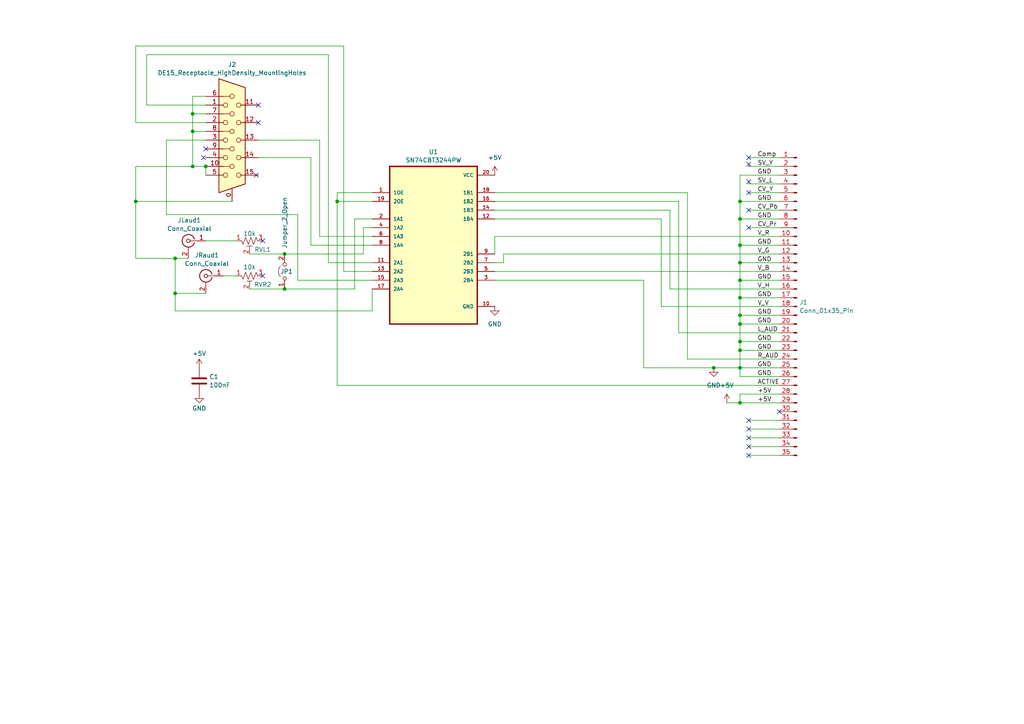
<source format=kicad_sch>
(kicad_sch
	(version 20231120)
	(generator "eeschema")
	(generator_version "8.0")
	(uuid "cd75e6d9-63a4-4b18-bef6-de039d47422a")
	(paper "A4")
	(lib_symbols
		(symbol "+5V_1"
			(power)
			(pin_numbers hide)
			(pin_names
				(offset 0) hide)
			(exclude_from_sim no)
			(in_bom yes)
			(on_board yes)
			(property "Reference" "#PWR"
				(at 0 -3.81 0)
				(effects
					(font
						(size 1.27 1.27)
					)
					(hide yes)
				)
			)
			(property "Value" "+5V"
				(at 0 3.556 0)
				(effects
					(font
						(size 1.27 1.27)
					)
				)
			)
			(property "Footprint" ""
				(at 0 0 0)
				(effects
					(font
						(size 1.27 1.27)
					)
					(hide yes)
				)
			)
			(property "Datasheet" ""
				(at 0 0 0)
				(effects
					(font
						(size 1.27 1.27)
					)
					(hide yes)
				)
			)
			(property "Description" "Power symbol creates a global label with name \"+5V\""
				(at 0 0 0)
				(effects
					(font
						(size 1.27 1.27)
					)
					(hide yes)
				)
			)
			(property "ki_keywords" "global power"
				(at 0 0 0)
				(effects
					(font
						(size 1.27 1.27)
					)
					(hide yes)
				)
			)
			(symbol "+5V_1_0_1"
				(polyline
					(pts
						(xy -0.762 1.27) (xy 0 2.54)
					)
					(stroke
						(width 0)
						(type default)
					)
					(fill
						(type none)
					)
				)
				(polyline
					(pts
						(xy 0 0) (xy 0 2.54)
					)
					(stroke
						(width 0)
						(type default)
					)
					(fill
						(type none)
					)
				)
				(polyline
					(pts
						(xy 0 2.54) (xy 0.762 1.27)
					)
					(stroke
						(width 0)
						(type default)
					)
					(fill
						(type none)
					)
				)
			)
			(symbol "+5V_1_1_1"
				(pin power_in line
					(at 0 0 90)
					(length 0)
					(name "~"
						(effects
							(font
								(size 1.27 1.27)
							)
						)
					)
					(number "1"
						(effects
							(font
								(size 1.27 1.27)
							)
						)
					)
				)
			)
		)
		(symbol "Connector:Conn_01x35_Pin"
			(pin_names
				(offset 1.016) hide)
			(exclude_from_sim no)
			(in_bom yes)
			(on_board yes)
			(property "Reference" "J"
				(at 0 45.72 0)
				(effects
					(font
						(size 1.27 1.27)
					)
				)
			)
			(property "Value" "Conn_01x35_Pin"
				(at 0 -45.72 0)
				(effects
					(font
						(size 1.27 1.27)
					)
				)
			)
			(property "Footprint" ""
				(at 0 0 0)
				(effects
					(font
						(size 1.27 1.27)
					)
					(hide yes)
				)
			)
			(property "Datasheet" "~"
				(at 0 0 0)
				(effects
					(font
						(size 1.27 1.27)
					)
					(hide yes)
				)
			)
			(property "Description" "Generic connector, single row, 01x35, script generated"
				(at 0 0 0)
				(effects
					(font
						(size 1.27 1.27)
					)
					(hide yes)
				)
			)
			(property "ki_locked" ""
				(at 0 0 0)
				(effects
					(font
						(size 1.27 1.27)
					)
				)
			)
			(property "ki_keywords" "connector"
				(at 0 0 0)
				(effects
					(font
						(size 1.27 1.27)
					)
					(hide yes)
				)
			)
			(property "ki_fp_filters" "Connector*:*_1x??_*"
				(at 0 0 0)
				(effects
					(font
						(size 1.27 1.27)
					)
					(hide yes)
				)
			)
			(symbol "Conn_01x35_Pin_1_1"
				(polyline
					(pts
						(xy 1.27 -43.18) (xy 0.8636 -43.18)
					)
					(stroke
						(width 0.1524)
						(type default)
					)
					(fill
						(type none)
					)
				)
				(polyline
					(pts
						(xy 1.27 -40.64) (xy 0.8636 -40.64)
					)
					(stroke
						(width 0.1524)
						(type default)
					)
					(fill
						(type none)
					)
				)
				(polyline
					(pts
						(xy 1.27 -38.1) (xy 0.8636 -38.1)
					)
					(stroke
						(width 0.1524)
						(type default)
					)
					(fill
						(type none)
					)
				)
				(polyline
					(pts
						(xy 1.27 -35.56) (xy 0.8636 -35.56)
					)
					(stroke
						(width 0.1524)
						(type default)
					)
					(fill
						(type none)
					)
				)
				(polyline
					(pts
						(xy 1.27 -33.02) (xy 0.8636 -33.02)
					)
					(stroke
						(width 0.1524)
						(type default)
					)
					(fill
						(type none)
					)
				)
				(polyline
					(pts
						(xy 1.27 -30.48) (xy 0.8636 -30.48)
					)
					(stroke
						(width 0.1524)
						(type default)
					)
					(fill
						(type none)
					)
				)
				(polyline
					(pts
						(xy 1.27 -27.94) (xy 0.8636 -27.94)
					)
					(stroke
						(width 0.1524)
						(type default)
					)
					(fill
						(type none)
					)
				)
				(polyline
					(pts
						(xy 1.27 -25.4) (xy 0.8636 -25.4)
					)
					(stroke
						(width 0.1524)
						(type default)
					)
					(fill
						(type none)
					)
				)
				(polyline
					(pts
						(xy 1.27 -22.86) (xy 0.8636 -22.86)
					)
					(stroke
						(width 0.1524)
						(type default)
					)
					(fill
						(type none)
					)
				)
				(polyline
					(pts
						(xy 1.27 -20.32) (xy 0.8636 -20.32)
					)
					(stroke
						(width 0.1524)
						(type default)
					)
					(fill
						(type none)
					)
				)
				(polyline
					(pts
						(xy 1.27 -17.78) (xy 0.8636 -17.78)
					)
					(stroke
						(width 0.1524)
						(type default)
					)
					(fill
						(type none)
					)
				)
				(polyline
					(pts
						(xy 1.27 -15.24) (xy 0.8636 -15.24)
					)
					(stroke
						(width 0.1524)
						(type default)
					)
					(fill
						(type none)
					)
				)
				(polyline
					(pts
						(xy 1.27 -12.7) (xy 0.8636 -12.7)
					)
					(stroke
						(width 0.1524)
						(type default)
					)
					(fill
						(type none)
					)
				)
				(polyline
					(pts
						(xy 1.27 -10.16) (xy 0.8636 -10.16)
					)
					(stroke
						(width 0.1524)
						(type default)
					)
					(fill
						(type none)
					)
				)
				(polyline
					(pts
						(xy 1.27 -7.62) (xy 0.8636 -7.62)
					)
					(stroke
						(width 0.1524)
						(type default)
					)
					(fill
						(type none)
					)
				)
				(polyline
					(pts
						(xy 1.27 -5.08) (xy 0.8636 -5.08)
					)
					(stroke
						(width 0.1524)
						(type default)
					)
					(fill
						(type none)
					)
				)
				(polyline
					(pts
						(xy 1.27 -2.54) (xy 0.8636 -2.54)
					)
					(stroke
						(width 0.1524)
						(type default)
					)
					(fill
						(type none)
					)
				)
				(polyline
					(pts
						(xy 1.27 0) (xy 0.8636 0)
					)
					(stroke
						(width 0.1524)
						(type default)
					)
					(fill
						(type none)
					)
				)
				(polyline
					(pts
						(xy 1.27 2.54) (xy 0.8636 2.54)
					)
					(stroke
						(width 0.1524)
						(type default)
					)
					(fill
						(type none)
					)
				)
				(polyline
					(pts
						(xy 1.27 5.08) (xy 0.8636 5.08)
					)
					(stroke
						(width 0.1524)
						(type default)
					)
					(fill
						(type none)
					)
				)
				(polyline
					(pts
						(xy 1.27 7.62) (xy 0.8636 7.62)
					)
					(stroke
						(width 0.1524)
						(type default)
					)
					(fill
						(type none)
					)
				)
				(polyline
					(pts
						(xy 1.27 10.16) (xy 0.8636 10.16)
					)
					(stroke
						(width 0.1524)
						(type default)
					)
					(fill
						(type none)
					)
				)
				(polyline
					(pts
						(xy 1.27 12.7) (xy 0.8636 12.7)
					)
					(stroke
						(width 0.1524)
						(type default)
					)
					(fill
						(type none)
					)
				)
				(polyline
					(pts
						(xy 1.27 15.24) (xy 0.8636 15.24)
					)
					(stroke
						(width 0.1524)
						(type default)
					)
					(fill
						(type none)
					)
				)
				(polyline
					(pts
						(xy 1.27 17.78) (xy 0.8636 17.78)
					)
					(stroke
						(width 0.1524)
						(type default)
					)
					(fill
						(type none)
					)
				)
				(polyline
					(pts
						(xy 1.27 20.32) (xy 0.8636 20.32)
					)
					(stroke
						(width 0.1524)
						(type default)
					)
					(fill
						(type none)
					)
				)
				(polyline
					(pts
						(xy 1.27 22.86) (xy 0.8636 22.86)
					)
					(stroke
						(width 0.1524)
						(type default)
					)
					(fill
						(type none)
					)
				)
				(polyline
					(pts
						(xy 1.27 25.4) (xy 0.8636 25.4)
					)
					(stroke
						(width 0.1524)
						(type default)
					)
					(fill
						(type none)
					)
				)
				(polyline
					(pts
						(xy 1.27 27.94) (xy 0.8636 27.94)
					)
					(stroke
						(width 0.1524)
						(type default)
					)
					(fill
						(type none)
					)
				)
				(polyline
					(pts
						(xy 1.27 30.48) (xy 0.8636 30.48)
					)
					(stroke
						(width 0.1524)
						(type default)
					)
					(fill
						(type none)
					)
				)
				(polyline
					(pts
						(xy 1.27 33.02) (xy 0.8636 33.02)
					)
					(stroke
						(width 0.1524)
						(type default)
					)
					(fill
						(type none)
					)
				)
				(polyline
					(pts
						(xy 1.27 35.56) (xy 0.8636 35.56)
					)
					(stroke
						(width 0.1524)
						(type default)
					)
					(fill
						(type none)
					)
				)
				(polyline
					(pts
						(xy 1.27 38.1) (xy 0.8636 38.1)
					)
					(stroke
						(width 0.1524)
						(type default)
					)
					(fill
						(type none)
					)
				)
				(polyline
					(pts
						(xy 1.27 40.64) (xy 0.8636 40.64)
					)
					(stroke
						(width 0.1524)
						(type default)
					)
					(fill
						(type none)
					)
				)
				(polyline
					(pts
						(xy 1.27 43.18) (xy 0.8636 43.18)
					)
					(stroke
						(width 0.1524)
						(type default)
					)
					(fill
						(type none)
					)
				)
				(rectangle
					(start 0.8636 -43.053)
					(end 0 -43.307)
					(stroke
						(width 0.1524)
						(type default)
					)
					(fill
						(type outline)
					)
				)
				(rectangle
					(start 0.8636 -40.513)
					(end 0 -40.767)
					(stroke
						(width 0.1524)
						(type default)
					)
					(fill
						(type outline)
					)
				)
				(rectangle
					(start 0.8636 -37.973)
					(end 0 -38.227)
					(stroke
						(width 0.1524)
						(type default)
					)
					(fill
						(type outline)
					)
				)
				(rectangle
					(start 0.8636 -35.433)
					(end 0 -35.687)
					(stroke
						(width 0.1524)
						(type default)
					)
					(fill
						(type outline)
					)
				)
				(rectangle
					(start 0.8636 -32.893)
					(end 0 -33.147)
					(stroke
						(width 0.1524)
						(type default)
					)
					(fill
						(type outline)
					)
				)
				(rectangle
					(start 0.8636 -30.353)
					(end 0 -30.607)
					(stroke
						(width 0.1524)
						(type default)
					)
					(fill
						(type outline)
					)
				)
				(rectangle
					(start 0.8636 -27.813)
					(end 0 -28.067)
					(stroke
						(width 0.1524)
						(type default)
					)
					(fill
						(type outline)
					)
				)
				(rectangle
					(start 0.8636 -25.273)
					(end 0 -25.527)
					(stroke
						(width 0.1524)
						(type default)
					)
					(fill
						(type outline)
					)
				)
				(rectangle
					(start 0.8636 -22.733)
					(end 0 -22.987)
					(stroke
						(width 0.1524)
						(type default)
					)
					(fill
						(type outline)
					)
				)
				(rectangle
					(start 0.8636 -20.193)
					(end 0 -20.447)
					(stroke
						(width 0.1524)
						(type default)
					)
					(fill
						(type outline)
					)
				)
				(rectangle
					(start 0.8636 -17.653)
					(end 0 -17.907)
					(stroke
						(width 0.1524)
						(type default)
					)
					(fill
						(type outline)
					)
				)
				(rectangle
					(start 0.8636 -15.113)
					(end 0 -15.367)
					(stroke
						(width 0.1524)
						(type default)
					)
					(fill
						(type outline)
					)
				)
				(rectangle
					(start 0.8636 -12.573)
					(end 0 -12.827)
					(stroke
						(width 0.1524)
						(type default)
					)
					(fill
						(type outline)
					)
				)
				(rectangle
					(start 0.8636 -10.033)
					(end 0 -10.287)
					(stroke
						(width 0.1524)
						(type default)
					)
					(fill
						(type outline)
					)
				)
				(rectangle
					(start 0.8636 -7.493)
					(end 0 -7.747)
					(stroke
						(width 0.1524)
						(type default)
					)
					(fill
						(type outline)
					)
				)
				(rectangle
					(start 0.8636 -4.953)
					(end 0 -5.207)
					(stroke
						(width 0.1524)
						(type default)
					)
					(fill
						(type outline)
					)
				)
				(rectangle
					(start 0.8636 -2.413)
					(end 0 -2.667)
					(stroke
						(width 0.1524)
						(type default)
					)
					(fill
						(type outline)
					)
				)
				(rectangle
					(start 0.8636 0.127)
					(end 0 -0.127)
					(stroke
						(width 0.1524)
						(type default)
					)
					(fill
						(type outline)
					)
				)
				(rectangle
					(start 0.8636 2.667)
					(end 0 2.413)
					(stroke
						(width 0.1524)
						(type default)
					)
					(fill
						(type outline)
					)
				)
				(rectangle
					(start 0.8636 5.207)
					(end 0 4.953)
					(stroke
						(width 0.1524)
						(type default)
					)
					(fill
						(type outline)
					)
				)
				(rectangle
					(start 0.8636 7.747)
					(end 0 7.493)
					(stroke
						(width 0.1524)
						(type default)
					)
					(fill
						(type outline)
					)
				)
				(rectangle
					(start 0.8636 10.287)
					(end 0 10.033)
					(stroke
						(width 0.1524)
						(type default)
					)
					(fill
						(type outline)
					)
				)
				(rectangle
					(start 0.8636 12.827)
					(end 0 12.573)
					(stroke
						(width 0.1524)
						(type default)
					)
					(fill
						(type outline)
					)
				)
				(rectangle
					(start 0.8636 15.367)
					(end 0 15.113)
					(stroke
						(width 0.1524)
						(type default)
					)
					(fill
						(type outline)
					)
				)
				(rectangle
					(start 0.8636 17.907)
					(end 0 17.653)
					(stroke
						(width 0.1524)
						(type default)
					)
					(fill
						(type outline)
					)
				)
				(rectangle
					(start 0.8636 20.447)
					(end 0 20.193)
					(stroke
						(width 0.1524)
						(type default)
					)
					(fill
						(type outline)
					)
				)
				(rectangle
					(start 0.8636 22.987)
					(end 0 22.733)
					(stroke
						(width 0.1524)
						(type default)
					)
					(fill
						(type outline)
					)
				)
				(rectangle
					(start 0.8636 25.527)
					(end 0 25.273)
					(stroke
						(width 0.1524)
						(type default)
					)
					(fill
						(type outline)
					)
				)
				(rectangle
					(start 0.8636 28.067)
					(end 0 27.813)
					(stroke
						(width 0.1524)
						(type default)
					)
					(fill
						(type outline)
					)
				)
				(rectangle
					(start 0.8636 30.607)
					(end 0 30.353)
					(stroke
						(width 0.1524)
						(type default)
					)
					(fill
						(type outline)
					)
				)
				(rectangle
					(start 0.8636 33.147)
					(end 0 32.893)
					(stroke
						(width 0.1524)
						(type default)
					)
					(fill
						(type outline)
					)
				)
				(rectangle
					(start 0.8636 35.687)
					(end 0 35.433)
					(stroke
						(width 0.1524)
						(type default)
					)
					(fill
						(type outline)
					)
				)
				(rectangle
					(start 0.8636 38.227)
					(end 0 37.973)
					(stroke
						(width 0.1524)
						(type default)
					)
					(fill
						(type outline)
					)
				)
				(rectangle
					(start 0.8636 40.767)
					(end 0 40.513)
					(stroke
						(width 0.1524)
						(type default)
					)
					(fill
						(type outline)
					)
				)
				(rectangle
					(start 0.8636 43.307)
					(end 0 43.053)
					(stroke
						(width 0.1524)
						(type default)
					)
					(fill
						(type outline)
					)
				)
				(pin passive line
					(at 5.08 43.18 180)
					(length 3.81)
					(name "Pin_1"
						(effects
							(font
								(size 1.27 1.27)
							)
						)
					)
					(number "1"
						(effects
							(font
								(size 1.27 1.27)
							)
						)
					)
				)
				(pin passive line
					(at 5.08 20.32 180)
					(length 3.81)
					(name "Pin_10"
						(effects
							(font
								(size 1.27 1.27)
							)
						)
					)
					(number "10"
						(effects
							(font
								(size 1.27 1.27)
							)
						)
					)
				)
				(pin passive line
					(at 5.08 17.78 180)
					(length 3.81)
					(name "Pin_11"
						(effects
							(font
								(size 1.27 1.27)
							)
						)
					)
					(number "11"
						(effects
							(font
								(size 1.27 1.27)
							)
						)
					)
				)
				(pin passive line
					(at 5.08 15.24 180)
					(length 3.81)
					(name "Pin_12"
						(effects
							(font
								(size 1.27 1.27)
							)
						)
					)
					(number "12"
						(effects
							(font
								(size 1.27 1.27)
							)
						)
					)
				)
				(pin passive line
					(at 5.08 12.7 180)
					(length 3.81)
					(name "Pin_13"
						(effects
							(font
								(size 1.27 1.27)
							)
						)
					)
					(number "13"
						(effects
							(font
								(size 1.27 1.27)
							)
						)
					)
				)
				(pin passive line
					(at 5.08 10.16 180)
					(length 3.81)
					(name "Pin_14"
						(effects
							(font
								(size 1.27 1.27)
							)
						)
					)
					(number "14"
						(effects
							(font
								(size 1.27 1.27)
							)
						)
					)
				)
				(pin passive line
					(at 5.08 7.62 180)
					(length 3.81)
					(name "Pin_15"
						(effects
							(font
								(size 1.27 1.27)
							)
						)
					)
					(number "15"
						(effects
							(font
								(size 1.27 1.27)
							)
						)
					)
				)
				(pin passive line
					(at 5.08 5.08 180)
					(length 3.81)
					(name "Pin_16"
						(effects
							(font
								(size 1.27 1.27)
							)
						)
					)
					(number "16"
						(effects
							(font
								(size 1.27 1.27)
							)
						)
					)
				)
				(pin passive line
					(at 5.08 2.54 180)
					(length 3.81)
					(name "Pin_17"
						(effects
							(font
								(size 1.27 1.27)
							)
						)
					)
					(number "17"
						(effects
							(font
								(size 1.27 1.27)
							)
						)
					)
				)
				(pin passive line
					(at 5.08 0 180)
					(length 3.81)
					(name "Pin_18"
						(effects
							(font
								(size 1.27 1.27)
							)
						)
					)
					(number "18"
						(effects
							(font
								(size 1.27 1.27)
							)
						)
					)
				)
				(pin passive line
					(at 5.08 -2.54 180)
					(length 3.81)
					(name "Pin_19"
						(effects
							(font
								(size 1.27 1.27)
							)
						)
					)
					(number "19"
						(effects
							(font
								(size 1.27 1.27)
							)
						)
					)
				)
				(pin passive line
					(at 5.08 40.64 180)
					(length 3.81)
					(name "Pin_2"
						(effects
							(font
								(size 1.27 1.27)
							)
						)
					)
					(number "2"
						(effects
							(font
								(size 1.27 1.27)
							)
						)
					)
				)
				(pin passive line
					(at 5.08 -5.08 180)
					(length 3.81)
					(name "Pin_20"
						(effects
							(font
								(size 1.27 1.27)
							)
						)
					)
					(number "20"
						(effects
							(font
								(size 1.27 1.27)
							)
						)
					)
				)
				(pin passive line
					(at 5.08 -7.62 180)
					(length 3.81)
					(name "Pin_21"
						(effects
							(font
								(size 1.27 1.27)
							)
						)
					)
					(number "21"
						(effects
							(font
								(size 1.27 1.27)
							)
						)
					)
				)
				(pin passive line
					(at 5.08 -10.16 180)
					(length 3.81)
					(name "Pin_22"
						(effects
							(font
								(size 1.27 1.27)
							)
						)
					)
					(number "22"
						(effects
							(font
								(size 1.27 1.27)
							)
						)
					)
				)
				(pin passive line
					(at 5.08 -12.7 180)
					(length 3.81)
					(name "Pin_23"
						(effects
							(font
								(size 1.27 1.27)
							)
						)
					)
					(number "23"
						(effects
							(font
								(size 1.27 1.27)
							)
						)
					)
				)
				(pin passive line
					(at 5.08 -15.24 180)
					(length 3.81)
					(name "Pin_24"
						(effects
							(font
								(size 1.27 1.27)
							)
						)
					)
					(number "24"
						(effects
							(font
								(size 1.27 1.27)
							)
						)
					)
				)
				(pin passive line
					(at 5.08 -17.78 180)
					(length 3.81)
					(name "Pin_25"
						(effects
							(font
								(size 1.27 1.27)
							)
						)
					)
					(number "25"
						(effects
							(font
								(size 1.27 1.27)
							)
						)
					)
				)
				(pin passive line
					(at 5.08 -20.32 180)
					(length 3.81)
					(name "Pin_26"
						(effects
							(font
								(size 1.27 1.27)
							)
						)
					)
					(number "26"
						(effects
							(font
								(size 1.27 1.27)
							)
						)
					)
				)
				(pin passive line
					(at 5.08 -22.86 180)
					(length 3.81)
					(name "Pin_27"
						(effects
							(font
								(size 1.27 1.27)
							)
						)
					)
					(number "27"
						(effects
							(font
								(size 1.27 1.27)
							)
						)
					)
				)
				(pin passive line
					(at 5.08 -25.4 180)
					(length 3.81)
					(name "Pin_28"
						(effects
							(font
								(size 1.27 1.27)
							)
						)
					)
					(number "28"
						(effects
							(font
								(size 1.27 1.27)
							)
						)
					)
				)
				(pin passive line
					(at 5.08 -27.94 180)
					(length 3.81)
					(name "Pin_29"
						(effects
							(font
								(size 1.27 1.27)
							)
						)
					)
					(number "29"
						(effects
							(font
								(size 1.27 1.27)
							)
						)
					)
				)
				(pin passive line
					(at 5.08 38.1 180)
					(length 3.81)
					(name "Pin_3"
						(effects
							(font
								(size 1.27 1.27)
							)
						)
					)
					(number "3"
						(effects
							(font
								(size 1.27 1.27)
							)
						)
					)
				)
				(pin passive line
					(at 5.08 -30.48 180)
					(length 3.81)
					(name "Pin_30"
						(effects
							(font
								(size 1.27 1.27)
							)
						)
					)
					(number "30"
						(effects
							(font
								(size 1.27 1.27)
							)
						)
					)
				)
				(pin passive line
					(at 5.08 -33.02 180)
					(length 3.81)
					(name "Pin_31"
						(effects
							(font
								(size 1.27 1.27)
							)
						)
					)
					(number "31"
						(effects
							(font
								(size 1.27 1.27)
							)
						)
					)
				)
				(pin passive line
					(at 5.08 -35.56 180)
					(length 3.81)
					(name "Pin_32"
						(effects
							(font
								(size 1.27 1.27)
							)
						)
					)
					(number "32"
						(effects
							(font
								(size 1.27 1.27)
							)
						)
					)
				)
				(pin passive line
					(at 5.08 -38.1 180)
					(length 3.81)
					(name "Pin_33"
						(effects
							(font
								(size 1.27 1.27)
							)
						)
					)
					(number "33"
						(effects
							(font
								(size 1.27 1.27)
							)
						)
					)
				)
				(pin passive line
					(at 5.08 -40.64 180)
					(length 3.81)
					(name "Pin_34"
						(effects
							(font
								(size 1.27 1.27)
							)
						)
					)
					(number "34"
						(effects
							(font
								(size 1.27 1.27)
							)
						)
					)
				)
				(pin passive line
					(at 5.08 -43.18 180)
					(length 3.81)
					(name "Pin_35"
						(effects
							(font
								(size 1.27 1.27)
							)
						)
					)
					(number "35"
						(effects
							(font
								(size 1.27 1.27)
							)
						)
					)
				)
				(pin passive line
					(at 5.08 35.56 180)
					(length 3.81)
					(name "Pin_4"
						(effects
							(font
								(size 1.27 1.27)
							)
						)
					)
					(number "4"
						(effects
							(font
								(size 1.27 1.27)
							)
						)
					)
				)
				(pin passive line
					(at 5.08 33.02 180)
					(length 3.81)
					(name "Pin_5"
						(effects
							(font
								(size 1.27 1.27)
							)
						)
					)
					(number "5"
						(effects
							(font
								(size 1.27 1.27)
							)
						)
					)
				)
				(pin passive line
					(at 5.08 30.48 180)
					(length 3.81)
					(name "Pin_6"
						(effects
							(font
								(size 1.27 1.27)
							)
						)
					)
					(number "6"
						(effects
							(font
								(size 1.27 1.27)
							)
						)
					)
				)
				(pin passive line
					(at 5.08 27.94 180)
					(length 3.81)
					(name "Pin_7"
						(effects
							(font
								(size 1.27 1.27)
							)
						)
					)
					(number "7"
						(effects
							(font
								(size 1.27 1.27)
							)
						)
					)
				)
				(pin passive line
					(at 5.08 25.4 180)
					(length 3.81)
					(name "Pin_8"
						(effects
							(font
								(size 1.27 1.27)
							)
						)
					)
					(number "8"
						(effects
							(font
								(size 1.27 1.27)
							)
						)
					)
				)
				(pin passive line
					(at 5.08 22.86 180)
					(length 3.81)
					(name "Pin_9"
						(effects
							(font
								(size 1.27 1.27)
							)
						)
					)
					(number "9"
						(effects
							(font
								(size 1.27 1.27)
							)
						)
					)
				)
			)
		)
		(symbol "Connector:Conn_Coaxial"
			(pin_names
				(offset 1.016) hide)
			(exclude_from_sim no)
			(in_bom yes)
			(on_board yes)
			(property "Reference" "J"
				(at 0.254 3.048 0)
				(effects
					(font
						(size 1.27 1.27)
					)
				)
			)
			(property "Value" "Conn_Coaxial"
				(at 2.921 0 90)
				(effects
					(font
						(size 1.27 1.27)
					)
				)
			)
			(property "Footprint" ""
				(at 0 0 0)
				(effects
					(font
						(size 1.27 1.27)
					)
					(hide yes)
				)
			)
			(property "Datasheet" "~"
				(at 0 0 0)
				(effects
					(font
						(size 1.27 1.27)
					)
					(hide yes)
				)
			)
			(property "Description" "coaxial connector (BNC, SMA, SMB, SMC, Cinch/RCA, LEMO, ...)"
				(at 0 0 0)
				(effects
					(font
						(size 1.27 1.27)
					)
					(hide yes)
				)
			)
			(property "ki_keywords" "BNC SMA SMB SMC LEMO coaxial connector CINCH RCA MCX MMCX U.FL UMRF"
				(at 0 0 0)
				(effects
					(font
						(size 1.27 1.27)
					)
					(hide yes)
				)
			)
			(property "ki_fp_filters" "*BNC* *SMA* *SMB* *SMC* *Cinch* *LEMO* *UMRF* *MCX* *U.FL*"
				(at 0 0 0)
				(effects
					(font
						(size 1.27 1.27)
					)
					(hide yes)
				)
			)
			(symbol "Conn_Coaxial_0_1"
				(arc
					(start -1.778 -0.508)
					(mid 0.2311 -1.8066)
					(end 1.778 0)
					(stroke
						(width 0.254)
						(type default)
					)
					(fill
						(type none)
					)
				)
				(polyline
					(pts
						(xy -2.54 0) (xy -0.508 0)
					)
					(stroke
						(width 0)
						(type default)
					)
					(fill
						(type none)
					)
				)
				(polyline
					(pts
						(xy 0 -2.54) (xy 0 -1.778)
					)
					(stroke
						(width 0)
						(type default)
					)
					(fill
						(type none)
					)
				)
				(circle
					(center 0 0)
					(radius 0.508)
					(stroke
						(width 0.2032)
						(type default)
					)
					(fill
						(type none)
					)
				)
				(arc
					(start 1.778 0)
					(mid 0.2099 1.8101)
					(end -1.778 0.508)
					(stroke
						(width 0.254)
						(type default)
					)
					(fill
						(type none)
					)
				)
			)
			(symbol "Conn_Coaxial_1_1"
				(pin passive line
					(at -5.08 0 0)
					(length 2.54)
					(name "In"
						(effects
							(font
								(size 1.27 1.27)
							)
						)
					)
					(number "1"
						(effects
							(font
								(size 1.27 1.27)
							)
						)
					)
				)
				(pin passive line
					(at 0 -5.08 90)
					(length 2.54)
					(name "Ext"
						(effects
							(font
								(size 1.27 1.27)
							)
						)
					)
					(number "2"
						(effects
							(font
								(size 1.27 1.27)
							)
						)
					)
				)
			)
		)
		(symbol "Connector:DE15_Receptacle_HighDensity_MountingHoles"
			(pin_names
				(offset 1.016) hide)
			(exclude_from_sim no)
			(in_bom yes)
			(on_board yes)
			(property "Reference" "J"
				(at 0 21.59 0)
				(effects
					(font
						(size 1.27 1.27)
					)
				)
			)
			(property "Value" "DE15_Receptacle_HighDensity_MountingHoles"
				(at 0 19.05 0)
				(effects
					(font
						(size 1.27 1.27)
					)
				)
			)
			(property "Footprint" ""
				(at -24.13 10.16 0)
				(effects
					(font
						(size 1.27 1.27)
					)
					(hide yes)
				)
			)
			(property "Datasheet" "~"
				(at -24.13 10.16 0)
				(effects
					(font
						(size 1.27 1.27)
					)
					(hide yes)
				)
			)
			(property "Description" "15-pin female receptacle socket D-SUB connector, High density (3 columns), Triple Row, Generic, VGA-connector, Mounting Hole"
				(at 0 0 0)
				(effects
					(font
						(size 1.27 1.27)
					)
					(hide yes)
				)
			)
			(property "ki_keywords" "connector receptacle de15 female D-SUB VGA"
				(at 0 0 0)
				(effects
					(font
						(size 1.27 1.27)
					)
					(hide yes)
				)
			)
			(property "ki_fp_filters" "DSUB*Female*"
				(at 0 0 0)
				(effects
					(font
						(size 1.27 1.27)
					)
					(hide yes)
				)
			)
			(symbol "DE15_Receptacle_HighDensity_MountingHoles_0_1"
				(circle
					(center -1.905 -10.16)
					(radius 0.635)
					(stroke
						(width 0)
						(type default)
					)
					(fill
						(type none)
					)
				)
				(circle
					(center -1.905 -5.08)
					(radius 0.635)
					(stroke
						(width 0)
						(type default)
					)
					(fill
						(type none)
					)
				)
				(circle
					(center -1.905 0)
					(radius 0.635)
					(stroke
						(width 0)
						(type default)
					)
					(fill
						(type none)
					)
				)
				(circle
					(center -1.905 5.08)
					(radius 0.635)
					(stroke
						(width 0)
						(type default)
					)
					(fill
						(type none)
					)
				)
				(circle
					(center -1.905 10.16)
					(radius 0.635)
					(stroke
						(width 0)
						(type default)
					)
					(fill
						(type none)
					)
				)
				(circle
					(center 0 -7.62)
					(radius 0.635)
					(stroke
						(width 0)
						(type default)
					)
					(fill
						(type none)
					)
				)
				(circle
					(center 0 -2.54)
					(radius 0.635)
					(stroke
						(width 0)
						(type default)
					)
					(fill
						(type none)
					)
				)
				(polyline
					(pts
						(xy -3.175 7.62) (xy -0.635 7.62)
					)
					(stroke
						(width 0)
						(type default)
					)
					(fill
						(type none)
					)
				)
				(polyline
					(pts
						(xy -0.635 -7.62) (xy -3.175 -7.62)
					)
					(stroke
						(width 0)
						(type default)
					)
					(fill
						(type none)
					)
				)
				(polyline
					(pts
						(xy -0.635 -2.54) (xy -3.175 -2.54)
					)
					(stroke
						(width 0)
						(type default)
					)
					(fill
						(type none)
					)
				)
				(polyline
					(pts
						(xy -0.635 2.54) (xy -3.175 2.54)
					)
					(stroke
						(width 0)
						(type default)
					)
					(fill
						(type none)
					)
				)
				(polyline
					(pts
						(xy -0.635 12.7) (xy -3.175 12.7)
					)
					(stroke
						(width 0)
						(type default)
					)
					(fill
						(type none)
					)
				)
				(polyline
					(pts
						(xy -3.81 17.78) (xy -3.81 -15.24) (xy 3.81 -12.7) (xy 3.81 15.24) (xy -3.81 17.78)
					)
					(stroke
						(width 0.254)
						(type default)
					)
					(fill
						(type background)
					)
				)
				(circle
					(center 0 2.54)
					(radius 0.635)
					(stroke
						(width 0)
						(type default)
					)
					(fill
						(type none)
					)
				)
				(circle
					(center 0 7.62)
					(radius 0.635)
					(stroke
						(width 0)
						(type default)
					)
					(fill
						(type none)
					)
				)
				(circle
					(center 0 12.7)
					(radius 0.635)
					(stroke
						(width 0)
						(type default)
					)
					(fill
						(type none)
					)
				)
				(circle
					(center 1.905 -10.16)
					(radius 0.635)
					(stroke
						(width 0)
						(type default)
					)
					(fill
						(type none)
					)
				)
				(circle
					(center 1.905 -5.08)
					(radius 0.635)
					(stroke
						(width 0)
						(type default)
					)
					(fill
						(type none)
					)
				)
				(circle
					(center 1.905 0)
					(radius 0.635)
					(stroke
						(width 0)
						(type default)
					)
					(fill
						(type none)
					)
				)
				(circle
					(center 1.905 5.08)
					(radius 0.635)
					(stroke
						(width 0)
						(type default)
					)
					(fill
						(type none)
					)
				)
				(circle
					(center 1.905 10.16)
					(radius 0.635)
					(stroke
						(width 0)
						(type default)
					)
					(fill
						(type none)
					)
				)
			)
			(symbol "DE15_Receptacle_HighDensity_MountingHoles_1_1"
				(pin passive line
					(at 0 -17.78 90)
					(length 3.81)
					(name "~"
						(effects
							(font
								(size 1.27 1.27)
							)
						)
					)
					(number "0"
						(effects
							(font
								(size 1.27 1.27)
							)
						)
					)
				)
				(pin passive line
					(at -7.62 10.16 0)
					(length 5.08)
					(name "~"
						(effects
							(font
								(size 1.27 1.27)
							)
						)
					)
					(number "1"
						(effects
							(font
								(size 1.27 1.27)
							)
						)
					)
				)
				(pin passive line
					(at -7.62 -7.62 0)
					(length 5.08)
					(name "~"
						(effects
							(font
								(size 1.27 1.27)
							)
						)
					)
					(number "10"
						(effects
							(font
								(size 1.27 1.27)
							)
						)
					)
				)
				(pin passive line
					(at 7.62 10.16 180)
					(length 5.08)
					(name "~"
						(effects
							(font
								(size 1.27 1.27)
							)
						)
					)
					(number "11"
						(effects
							(font
								(size 1.27 1.27)
							)
						)
					)
				)
				(pin passive line
					(at 7.62 5.08 180)
					(length 5.08)
					(name "~"
						(effects
							(font
								(size 1.27 1.27)
							)
						)
					)
					(number "12"
						(effects
							(font
								(size 1.27 1.27)
							)
						)
					)
				)
				(pin passive line
					(at 7.62 0 180)
					(length 5.08)
					(name "~"
						(effects
							(font
								(size 1.27 1.27)
							)
						)
					)
					(number "13"
						(effects
							(font
								(size 1.27 1.27)
							)
						)
					)
				)
				(pin passive line
					(at 7.62 -5.08 180)
					(length 5.08)
					(name "~"
						(effects
							(font
								(size 1.27 1.27)
							)
						)
					)
					(number "14"
						(effects
							(font
								(size 1.27 1.27)
							)
						)
					)
				)
				(pin passive line
					(at 7.62 -10.16 180)
					(length 5.08)
					(name "~"
						(effects
							(font
								(size 1.27 1.27)
							)
						)
					)
					(number "15"
						(effects
							(font
								(size 1.27 1.27)
							)
						)
					)
				)
				(pin passive line
					(at -7.62 5.08 0)
					(length 5.08)
					(name "~"
						(effects
							(font
								(size 1.27 1.27)
							)
						)
					)
					(number "2"
						(effects
							(font
								(size 1.27 1.27)
							)
						)
					)
				)
				(pin passive line
					(at -7.62 0 0)
					(length 5.08)
					(name "~"
						(effects
							(font
								(size 1.27 1.27)
							)
						)
					)
					(number "3"
						(effects
							(font
								(size 1.27 1.27)
							)
						)
					)
				)
				(pin passive line
					(at -7.62 -5.08 0)
					(length 5.08)
					(name "~"
						(effects
							(font
								(size 1.27 1.27)
							)
						)
					)
					(number "4"
						(effects
							(font
								(size 1.27 1.27)
							)
						)
					)
				)
				(pin passive line
					(at -7.62 -10.16 0)
					(length 5.08)
					(name "~"
						(effects
							(font
								(size 1.27 1.27)
							)
						)
					)
					(number "5"
						(effects
							(font
								(size 1.27 1.27)
							)
						)
					)
				)
				(pin passive line
					(at -7.62 12.7 0)
					(length 5.08)
					(name "~"
						(effects
							(font
								(size 1.27 1.27)
							)
						)
					)
					(number "6"
						(effects
							(font
								(size 1.27 1.27)
							)
						)
					)
				)
				(pin passive line
					(at -7.62 7.62 0)
					(length 5.08)
					(name "~"
						(effects
							(font
								(size 1.27 1.27)
							)
						)
					)
					(number "7"
						(effects
							(font
								(size 1.27 1.27)
							)
						)
					)
				)
				(pin passive line
					(at -7.62 2.54 0)
					(length 5.08)
					(name "~"
						(effects
							(font
								(size 1.27 1.27)
							)
						)
					)
					(number "8"
						(effects
							(font
								(size 1.27 1.27)
							)
						)
					)
				)
				(pin passive line
					(at -7.62 -2.54 0)
					(length 5.08)
					(name "~"
						(effects
							(font
								(size 1.27 1.27)
							)
						)
					)
					(number "9"
						(effects
							(font
								(size 1.27 1.27)
							)
						)
					)
				)
			)
		)
		(symbol "Device:C"
			(pin_numbers hide)
			(pin_names
				(offset 0.254)
			)
			(exclude_from_sim no)
			(in_bom yes)
			(on_board yes)
			(property "Reference" "C"
				(at 0.635 2.54 0)
				(effects
					(font
						(size 1.27 1.27)
					)
					(justify left)
				)
			)
			(property "Value" "C"
				(at 0.635 -2.54 0)
				(effects
					(font
						(size 1.27 1.27)
					)
					(justify left)
				)
			)
			(property "Footprint" ""
				(at 0.9652 -3.81 0)
				(effects
					(font
						(size 1.27 1.27)
					)
					(hide yes)
				)
			)
			(property "Datasheet" "~"
				(at 0 0 0)
				(effects
					(font
						(size 1.27 1.27)
					)
					(hide yes)
				)
			)
			(property "Description" "Unpolarized capacitor"
				(at 0 0 0)
				(effects
					(font
						(size 1.27 1.27)
					)
					(hide yes)
				)
			)
			(property "ki_keywords" "cap capacitor"
				(at 0 0 0)
				(effects
					(font
						(size 1.27 1.27)
					)
					(hide yes)
				)
			)
			(property "ki_fp_filters" "C_*"
				(at 0 0 0)
				(effects
					(font
						(size 1.27 1.27)
					)
					(hide yes)
				)
			)
			(symbol "C_0_1"
				(polyline
					(pts
						(xy -2.032 -0.762) (xy 2.032 -0.762)
					)
					(stroke
						(width 0.508)
						(type default)
					)
					(fill
						(type none)
					)
				)
				(polyline
					(pts
						(xy -2.032 0.762) (xy 2.032 0.762)
					)
					(stroke
						(width 0.508)
						(type default)
					)
					(fill
						(type none)
					)
				)
			)
			(symbol "C_1_1"
				(pin passive line
					(at 0 3.81 270)
					(length 2.794)
					(name "~"
						(effects
							(font
								(size 1.27 1.27)
							)
						)
					)
					(number "1"
						(effects
							(font
								(size 1.27 1.27)
							)
						)
					)
				)
				(pin passive line
					(at 0 -3.81 90)
					(length 2.794)
					(name "~"
						(effects
							(font
								(size 1.27 1.27)
							)
						)
					)
					(number "2"
						(effects
							(font
								(size 1.27 1.27)
							)
						)
					)
				)
			)
		)
		(symbol "Device:R_Potentiometer_Trim_US"
			(pin_names
				(offset 1.016) hide)
			(exclude_from_sim no)
			(in_bom yes)
			(on_board yes)
			(property "Reference" "RV"
				(at -4.445 0 90)
				(effects
					(font
						(size 1.27 1.27)
					)
				)
			)
			(property "Value" "R_Potentiometer_Trim_US"
				(at -2.54 0 90)
				(effects
					(font
						(size 1.27 1.27)
					)
				)
			)
			(property "Footprint" ""
				(at 0 0 0)
				(effects
					(font
						(size 1.27 1.27)
					)
					(hide yes)
				)
			)
			(property "Datasheet" "~"
				(at 0 0 0)
				(effects
					(font
						(size 1.27 1.27)
					)
					(hide yes)
				)
			)
			(property "Description" "Trim-potentiometer, US symbol"
				(at 0 0 0)
				(effects
					(font
						(size 1.27 1.27)
					)
					(hide yes)
				)
			)
			(property "ki_keywords" "resistor variable trimpot trimmer"
				(at 0 0 0)
				(effects
					(font
						(size 1.27 1.27)
					)
					(hide yes)
				)
			)
			(property "ki_fp_filters" "Potentiometer*"
				(at 0 0 0)
				(effects
					(font
						(size 1.27 1.27)
					)
					(hide yes)
				)
			)
			(symbol "R_Potentiometer_Trim_US_0_1"
				(polyline
					(pts
						(xy 0 -2.286) (xy 0 -2.54)
					)
					(stroke
						(width 0)
						(type default)
					)
					(fill
						(type none)
					)
				)
				(polyline
					(pts
						(xy 0 2.286) (xy 0 2.54)
					)
					(stroke
						(width 0)
						(type default)
					)
					(fill
						(type none)
					)
				)
				(polyline
					(pts
						(xy 1.524 0.762) (xy 1.524 -0.762)
					)
					(stroke
						(width 0)
						(type default)
					)
					(fill
						(type none)
					)
				)
				(polyline
					(pts
						(xy 2.54 0) (xy 1.524 0)
					)
					(stroke
						(width 0)
						(type default)
					)
					(fill
						(type none)
					)
				)
				(polyline
					(pts
						(xy 0 -0.762) (xy 1.016 -1.143) (xy 0 -1.524) (xy -1.016 -1.905) (xy 0 -2.286)
					)
					(stroke
						(width 0)
						(type default)
					)
					(fill
						(type none)
					)
				)
				(polyline
					(pts
						(xy 0 0.762) (xy 1.016 0.381) (xy 0 0) (xy -1.016 -0.381) (xy 0 -0.762)
					)
					(stroke
						(width 0)
						(type default)
					)
					(fill
						(type none)
					)
				)
				(polyline
					(pts
						(xy 0 2.286) (xy 1.016 1.905) (xy 0 1.524) (xy -1.016 1.143) (xy 0 0.762)
					)
					(stroke
						(width 0)
						(type default)
					)
					(fill
						(type none)
					)
				)
			)
			(symbol "R_Potentiometer_Trim_US_1_1"
				(pin passive line
					(at 0 3.81 270)
					(length 1.27)
					(name "1"
						(effects
							(font
								(size 1.27 1.27)
							)
						)
					)
					(number "1"
						(effects
							(font
								(size 1.27 1.27)
							)
						)
					)
				)
				(pin passive line
					(at 3.81 0 180)
					(length 1.27)
					(name "2"
						(effects
							(font
								(size 1.27 1.27)
							)
						)
					)
					(number "2"
						(effects
							(font
								(size 1.27 1.27)
							)
						)
					)
				)
				(pin passive line
					(at 0 -3.81 90)
					(length 1.27)
					(name "3"
						(effects
							(font
								(size 1.27 1.27)
							)
						)
					)
					(number "3"
						(effects
							(font
								(size 1.27 1.27)
							)
						)
					)
				)
			)
		)
		(symbol "GND_2"
			(power)
			(pin_numbers hide)
			(pin_names
				(offset 0) hide)
			(exclude_from_sim no)
			(in_bom yes)
			(on_board yes)
			(property "Reference" "#PWR"
				(at 0 -6.35 0)
				(effects
					(font
						(size 1.27 1.27)
					)
					(hide yes)
				)
			)
			(property "Value" "GND"
				(at 0 -3.81 0)
				(effects
					(font
						(size 1.27 1.27)
					)
				)
			)
			(property "Footprint" ""
				(at 0 0 0)
				(effects
					(font
						(size 1.27 1.27)
					)
					(hide yes)
				)
			)
			(property "Datasheet" ""
				(at 0 0 0)
				(effects
					(font
						(size 1.27 1.27)
					)
					(hide yes)
				)
			)
			(property "Description" "Power symbol creates a global label with name \"GND\" , ground"
				(at 0 0 0)
				(effects
					(font
						(size 1.27 1.27)
					)
					(hide yes)
				)
			)
			(property "ki_keywords" "global power"
				(at 0 0 0)
				(effects
					(font
						(size 1.27 1.27)
					)
					(hide yes)
				)
			)
			(symbol "GND_2_0_1"
				(polyline
					(pts
						(xy 0 0) (xy 0 -1.27) (xy 1.27 -1.27) (xy 0 -2.54) (xy -1.27 -1.27) (xy 0 -1.27)
					)
					(stroke
						(width 0)
						(type default)
					)
					(fill
						(type none)
					)
				)
			)
			(symbol "GND_2_1_1"
				(pin power_in line
					(at 0 0 270)
					(length 0)
					(name "~"
						(effects
							(font
								(size 1.27 1.27)
							)
						)
					)
					(number "1"
						(effects
							(font
								(size 1.27 1.27)
							)
						)
					)
				)
			)
		)
		(symbol "Jumper:Jumper_2_Open"
			(pin_names
				(offset 0) hide)
			(exclude_from_sim no)
			(in_bom yes)
			(on_board yes)
			(property "Reference" "JP"
				(at 0 2.794 0)
				(effects
					(font
						(size 1.27 1.27)
					)
				)
			)
			(property "Value" "Jumper_2_Open"
				(at 0 -2.286 0)
				(effects
					(font
						(size 1.27 1.27)
					)
				)
			)
			(property "Footprint" ""
				(at 0 0 0)
				(effects
					(font
						(size 1.27 1.27)
					)
					(hide yes)
				)
			)
			(property "Datasheet" "~"
				(at 0 0 0)
				(effects
					(font
						(size 1.27 1.27)
					)
					(hide yes)
				)
			)
			(property "Description" "Jumper, 2-pole, open"
				(at 0 0 0)
				(effects
					(font
						(size 1.27 1.27)
					)
					(hide yes)
				)
			)
			(property "ki_keywords" "Jumper SPST"
				(at 0 0 0)
				(effects
					(font
						(size 1.27 1.27)
					)
					(hide yes)
				)
			)
			(property "ki_fp_filters" "Jumper* TestPoint*2Pads* TestPoint*Bridge*"
				(at 0 0 0)
				(effects
					(font
						(size 1.27 1.27)
					)
					(hide yes)
				)
			)
			(symbol "Jumper_2_Open_0_0"
				(circle
					(center -2.032 0)
					(radius 0.508)
					(stroke
						(width 0)
						(type default)
					)
					(fill
						(type none)
					)
				)
				(circle
					(center 2.032 0)
					(radius 0.508)
					(stroke
						(width 0)
						(type default)
					)
					(fill
						(type none)
					)
				)
			)
			(symbol "Jumper_2_Open_0_1"
				(arc
					(start 1.524 1.27)
					(mid 0 1.778)
					(end -1.524 1.27)
					(stroke
						(width 0)
						(type default)
					)
					(fill
						(type none)
					)
				)
			)
			(symbol "Jumper_2_Open_1_1"
				(pin passive line
					(at -5.08 0 0)
					(length 2.54)
					(name "A"
						(effects
							(font
								(size 1.27 1.27)
							)
						)
					)
					(number "1"
						(effects
							(font
								(size 1.27 1.27)
							)
						)
					)
				)
				(pin passive line
					(at 5.08 0 180)
					(length 2.54)
					(name "B"
						(effects
							(font
								(size 1.27 1.27)
							)
						)
					)
					(number "2"
						(effects
							(font
								(size 1.27 1.27)
							)
						)
					)
				)
			)
		)
		(symbol "SN74CBT3244PW:SN74CBT3244PW"
			(pin_names
				(offset 1.016)
			)
			(exclude_from_sim no)
			(in_bom yes)
			(on_board yes)
			(property "Reference" "U1"
				(at 0 27.94 0)
				(effects
					(font
						(size 1.27 1.27)
					)
				)
			)
			(property "Value" "SN74CBT3244PW"
				(at 0 25.4 0)
				(effects
					(font
						(size 1.27 1.27)
					)
				)
			)
			(property "Footprint" "SOP65P640X120-20N"
				(at 0 0 0)
				(effects
					(font
						(size 1.27 1.27)
					)
					(justify bottom)
					(hide yes)
				)
			)
			(property "Datasheet" ""
				(at 0 0 0)
				(effects
					(font
						(size 1.27 1.27)
					)
					(hide yes)
				)
			)
			(property "Description" ""
				(at 0 0 0)
				(effects
					(font
						(size 1.27 1.27)
					)
					(hide yes)
				)
			)
			(symbol "SN74CBT3244PW_0_0"
				(rectangle
					(start -12.7 -22.86)
					(end 12.7 22.86)
					(stroke
						(width 0.41)
						(type default)
					)
					(fill
						(type background)
					)
				)
				(pin input line
					(at -17.78 15.24 0)
					(length 5.08)
					(name "1OE"
						(effects
							(font
								(size 1.016 1.016)
							)
						)
					)
					(number "1"
						(effects
							(font
								(size 1.016 1.016)
							)
						)
					)
				)
				(pin power_in line
					(at 17.78 -17.78 180)
					(length 5.08)
					(name "GND"
						(effects
							(font
								(size 1.016 1.016)
							)
						)
					)
					(number "10"
						(effects
							(font
								(size 1.016 1.016)
							)
						)
					)
				)
				(pin bidirectional line
					(at -17.78 -5.08 0)
					(length 5.08)
					(name "2A1"
						(effects
							(font
								(size 1.016 1.016)
							)
						)
					)
					(number "11"
						(effects
							(font
								(size 1.016 1.016)
							)
						)
					)
				)
				(pin bidirectional line
					(at 17.78 7.62 180)
					(length 5.08)
					(name "1B4"
						(effects
							(font
								(size 1.016 1.016)
							)
						)
					)
					(number "12"
						(effects
							(font
								(size 1.016 1.016)
							)
						)
					)
				)
				(pin bidirectional line
					(at -17.78 -7.62 0)
					(length 5.08)
					(name "2A2"
						(effects
							(font
								(size 1.016 1.016)
							)
						)
					)
					(number "13"
						(effects
							(font
								(size 1.016 1.016)
							)
						)
					)
				)
				(pin bidirectional line
					(at 17.78 10.16 180)
					(length 5.08)
					(name "1B3"
						(effects
							(font
								(size 1.016 1.016)
							)
						)
					)
					(number "14"
						(effects
							(font
								(size 1.016 1.016)
							)
						)
					)
				)
				(pin bidirectional line
					(at -17.78 -10.16 0)
					(length 5.08)
					(name "2A3"
						(effects
							(font
								(size 1.016 1.016)
							)
						)
					)
					(number "15"
						(effects
							(font
								(size 1.016 1.016)
							)
						)
					)
				)
				(pin bidirectional line
					(at 17.78 12.7 180)
					(length 5.08)
					(name "1B2"
						(effects
							(font
								(size 1.016 1.016)
							)
						)
					)
					(number "16"
						(effects
							(font
								(size 1.016 1.016)
							)
						)
					)
				)
				(pin bidirectional line
					(at -17.78 -12.7 0)
					(length 5.08)
					(name "2A4"
						(effects
							(font
								(size 1.016 1.016)
							)
						)
					)
					(number "17"
						(effects
							(font
								(size 1.016 1.016)
							)
						)
					)
				)
				(pin bidirectional line
					(at 17.78 15.24 180)
					(length 5.08)
					(name "1B1"
						(effects
							(font
								(size 1.016 1.016)
							)
						)
					)
					(number "18"
						(effects
							(font
								(size 1.016 1.016)
							)
						)
					)
				)
				(pin input line
					(at -17.78 12.7 0)
					(length 5.08)
					(name "2OE"
						(effects
							(font
								(size 1.016 1.016)
							)
						)
					)
					(number "19"
						(effects
							(font
								(size 1.016 1.016)
							)
						)
					)
				)
				(pin bidirectional line
					(at -17.78 7.62 0)
					(length 5.08)
					(name "1A1"
						(effects
							(font
								(size 1.016 1.016)
							)
						)
					)
					(number "2"
						(effects
							(font
								(size 1.016 1.016)
							)
						)
					)
				)
				(pin power_in line
					(at 17.78 20.32 180)
					(length 5.08)
					(name "VCC"
						(effects
							(font
								(size 1.016 1.016)
							)
						)
					)
					(number "20"
						(effects
							(font
								(size 1.016 1.016)
							)
						)
					)
				)
				(pin bidirectional line
					(at 17.78 -10.16 180)
					(length 5.08)
					(name "2B4"
						(effects
							(font
								(size 1.016 1.016)
							)
						)
					)
					(number "3"
						(effects
							(font
								(size 1.016 1.016)
							)
						)
					)
				)
				(pin bidirectional line
					(at -17.78 5.08 0)
					(length 5.08)
					(name "1A2"
						(effects
							(font
								(size 1.016 1.016)
							)
						)
					)
					(number "4"
						(effects
							(font
								(size 1.016 1.016)
							)
						)
					)
				)
				(pin bidirectional line
					(at 17.78 -7.62 180)
					(length 5.08)
					(name "2B3"
						(effects
							(font
								(size 1.016 1.016)
							)
						)
					)
					(number "5"
						(effects
							(font
								(size 1.016 1.016)
							)
						)
					)
				)
				(pin bidirectional line
					(at -17.78 2.54 0)
					(length 5.08)
					(name "1A3"
						(effects
							(font
								(size 1.016 1.016)
							)
						)
					)
					(number "6"
						(effects
							(font
								(size 1.016 1.016)
							)
						)
					)
				)
				(pin bidirectional line
					(at 17.78 -5.08 180)
					(length 5.08)
					(name "2B2"
						(effects
							(font
								(size 1.016 1.016)
							)
						)
					)
					(number "7"
						(effects
							(font
								(size 1.016 1.016)
							)
						)
					)
				)
				(pin bidirectional line
					(at -17.78 0 0)
					(length 5.08)
					(name "1A4"
						(effects
							(font
								(size 1.016 1.016)
							)
						)
					)
					(number "8"
						(effects
							(font
								(size 1.016 1.016)
							)
						)
					)
				)
				(pin bidirectional line
					(at 17.78 -2.54 180)
					(length 5.08)
					(name "2B1"
						(effects
							(font
								(size 1.016 1.016)
							)
						)
					)
					(number "9"
						(effects
							(font
								(size 1.016 1.016)
							)
						)
					)
				)
			)
		)
		(symbol "power:+5V"
			(power)
			(pin_names
				(offset 0)
			)
			(exclude_from_sim no)
			(in_bom yes)
			(on_board yes)
			(property "Reference" "#PWR"
				(at 0 -3.81 0)
				(effects
					(font
						(size 1.27 1.27)
					)
					(hide yes)
				)
			)
			(property "Value" "+5V"
				(at 0 3.556 0)
				(effects
					(font
						(size 1.27 1.27)
					)
				)
			)
			(property "Footprint" ""
				(at 0 0 0)
				(effects
					(font
						(size 1.27 1.27)
					)
					(hide yes)
				)
			)
			(property "Datasheet" ""
				(at 0 0 0)
				(effects
					(font
						(size 1.27 1.27)
					)
					(hide yes)
				)
			)
			(property "Description" "Power symbol creates a global label with name \"+5V\""
				(at 0 0 0)
				(effects
					(font
						(size 1.27 1.27)
					)
					(hide yes)
				)
			)
			(property "ki_keywords" "global power"
				(at 0 0 0)
				(effects
					(font
						(size 1.27 1.27)
					)
					(hide yes)
				)
			)
			(symbol "+5V_0_1"
				(polyline
					(pts
						(xy -0.762 1.27) (xy 0 2.54)
					)
					(stroke
						(width 0)
						(type default)
					)
					(fill
						(type none)
					)
				)
				(polyline
					(pts
						(xy 0 0) (xy 0 2.54)
					)
					(stroke
						(width 0)
						(type default)
					)
					(fill
						(type none)
					)
				)
				(polyline
					(pts
						(xy 0 2.54) (xy 0.762 1.27)
					)
					(stroke
						(width 0)
						(type default)
					)
					(fill
						(type none)
					)
				)
			)
			(symbol "+5V_1_1"
				(pin power_in line
					(at 0 0 90)
					(length 0) hide
					(name "+5V"
						(effects
							(font
								(size 1.27 1.27)
							)
						)
					)
					(number "1"
						(effects
							(font
								(size 1.27 1.27)
							)
						)
					)
				)
			)
		)
		(symbol "power:GND"
			(power)
			(pin_names
				(offset 0)
			)
			(exclude_from_sim no)
			(in_bom yes)
			(on_board yes)
			(property "Reference" "#PWR"
				(at 0 -6.35 0)
				(effects
					(font
						(size 1.27 1.27)
					)
					(hide yes)
				)
			)
			(property "Value" "GND"
				(at 0 -3.81 0)
				(effects
					(font
						(size 1.27 1.27)
					)
				)
			)
			(property "Footprint" ""
				(at 0 0 0)
				(effects
					(font
						(size 1.27 1.27)
					)
					(hide yes)
				)
			)
			(property "Datasheet" ""
				(at 0 0 0)
				(effects
					(font
						(size 1.27 1.27)
					)
					(hide yes)
				)
			)
			(property "Description" "Power symbol creates a global label with name \"GND\" , ground"
				(at 0 0 0)
				(effects
					(font
						(size 1.27 1.27)
					)
					(hide yes)
				)
			)
			(property "ki_keywords" "global power"
				(at 0 0 0)
				(effects
					(font
						(size 1.27 1.27)
					)
					(hide yes)
				)
			)
			(symbol "GND_0_1"
				(polyline
					(pts
						(xy 0 0) (xy 0 -1.27) (xy 1.27 -1.27) (xy 0 -2.54) (xy -1.27 -1.27) (xy 0 -1.27)
					)
					(stroke
						(width 0)
						(type default)
					)
					(fill
						(type none)
					)
				)
			)
			(symbol "GND_1_1"
				(pin power_in line
					(at 0 0 270)
					(length 0) hide
					(name "GND"
						(effects
							(font
								(size 1.27 1.27)
							)
						)
					)
					(number "1"
						(effects
							(font
								(size 1.27 1.27)
							)
						)
					)
				)
			)
		)
	)
	(junction
		(at 214.63 116.84)
		(diameter 0)
		(color 0 0 0 0)
		(uuid "03c53a84-4ad9-46d2-9aaa-653e0cda2fbf")
	)
	(junction
		(at 214.63 81.28)
		(diameter 0)
		(color 0 0 0 0)
		(uuid "14a82d94-5b83-48fd-b6ef-f8e5a3f07095")
	)
	(junction
		(at 214.63 63.5)
		(diameter 0)
		(color 0 0 0 0)
		(uuid "151d0b83-977b-49b3-97c6-fa6bfd3aac8f")
	)
	(junction
		(at 214.63 101.6)
		(diameter 0)
		(color 0 0 0 0)
		(uuid "2020b14d-c4b3-43d3-a846-b70602d4299a")
	)
	(junction
		(at 39.37 58.42)
		(diameter 0)
		(color 0 0 0 0)
		(uuid "2af6b7f1-b7ec-488a-a2ba-5b309efc4901")
	)
	(junction
		(at 214.63 86.36)
		(diameter 0)
		(color 0 0 0 0)
		(uuid "3c505c69-03b9-4904-ac07-bac6b12c8903")
	)
	(junction
		(at 97.79 58.42)
		(diameter 0)
		(color 0 0 0 0)
		(uuid "43273ba5-d8c0-4168-8553-cd3f0888939a")
	)
	(junction
		(at 214.63 93.98)
		(diameter 0)
		(color 0 0 0 0)
		(uuid "55448cc3-34e5-4f9e-93a7-f38df67e2a82")
	)
	(junction
		(at 214.63 91.44)
		(diameter 0)
		(color 0 0 0 0)
		(uuid "562ce412-0f81-4e74-bb4f-0c2924ca200e")
	)
	(junction
		(at 82.55 83.82)
		(diameter 0)
		(color 0 0 0 0)
		(uuid "76a618a9-136a-42e9-9ffe-f47be0ae6075")
	)
	(junction
		(at 55.88 48.26)
		(diameter 0)
		(color 0 0 0 0)
		(uuid "79a34b36-1834-474b-8385-b8bcee91540f")
	)
	(junction
		(at 55.88 33.02)
		(diameter 0)
		(color 0 0 0 0)
		(uuid "7cf1a281-b1b0-49a4-9354-6f643148d3ab")
	)
	(junction
		(at 207.01 106.68)
		(diameter 0)
		(color 0 0 0 0)
		(uuid "8cc6d93d-bd43-4d56-83bf-2656ead0bd46")
	)
	(junction
		(at 214.63 76.2)
		(diameter 0)
		(color 0 0 0 0)
		(uuid "92723883-490f-4d6b-8eaa-c08b5944e2ea")
	)
	(junction
		(at 82.55 73.66)
		(diameter 0)
		(color 0 0 0 0)
		(uuid "9c9a6ac1-c1dd-4075-b08b-a2b892bbb8e8")
	)
	(junction
		(at 59.69 48.26)
		(diameter 0)
		(color 0 0 0 0)
		(uuid "aa585c92-06e9-40b3-9539-092eb04113ec")
	)
	(junction
		(at 214.63 58.42)
		(diameter 0)
		(color 0 0 0 0)
		(uuid "ad65df44-449d-40d5-ac8a-2dbc0fb5de21")
	)
	(junction
		(at 50.8 74.93)
		(diameter 0)
		(color 0 0 0 0)
		(uuid "aefe02d0-6390-4cf5-adbb-9808ef7233e4")
	)
	(junction
		(at 214.63 99.06)
		(diameter 0)
		(color 0 0 0 0)
		(uuid "bf22564f-fe1b-497f-ba76-6d132d9975dd")
	)
	(junction
		(at 55.88 38.1)
		(diameter 0)
		(color 0 0 0 0)
		(uuid "c48c75e1-64a1-4236-8823-556d92fed7f8")
	)
	(junction
		(at 50.8 85.09)
		(diameter 0)
		(color 0 0 0 0)
		(uuid "d3a45ea9-5b12-460b-b760-7bfae7b84b30")
	)
	(junction
		(at 214.63 71.12)
		(diameter 0)
		(color 0 0 0 0)
		(uuid "ea496a5b-5d5d-4d98-8214-bb78395131e2")
	)
	(junction
		(at 214.63 106.68)
		(diameter 0)
		(color 0 0 0 0)
		(uuid "f3f628d6-de1b-4090-a8db-192a0c497b18")
	)
	(no_connect
		(at 217.17 127)
		(uuid "0805125f-506d-4466-9b23-521f9c946acb")
	)
	(no_connect
		(at 217.17 121.92)
		(uuid "1ac43eb6-25e8-45f4-a950-d29ba33ffee3")
	)
	(no_connect
		(at 76.2 69.85)
		(uuid "1f1ec6a8-0b10-4286-a509-cf86d801a037")
	)
	(no_connect
		(at 217.17 60.96)
		(uuid "1fe66fb7-f9ee-494e-84b2-a99dfbdc11d4")
	)
	(no_connect
		(at 217.17 52.705)
		(uuid "2269cc97-1f27-4974-a15d-a616a6953b78")
	)
	(no_connect
		(at 59.69 43.18)
		(uuid "26367ed7-8bb4-4f00-87c0-5dd135c331fd")
	)
	(no_connect
		(at 217.17 132.08)
		(uuid "370203b8-8852-4a02-91fb-2e70c4a9182d")
	)
	(no_connect
		(at 74.93 35.56)
		(uuid "3abf6630-51b4-4258-b981-c372fd618b3c")
	)
	(no_connect
		(at 226.06 119.38)
		(uuid "63e783f0-5273-4b8f-8cd2-a6e8e2d7b3db")
	)
	(no_connect
		(at 76.2 80.01)
		(uuid "6430791c-aaf2-48b5-b577-b95f52732464")
	)
	(no_connect
		(at 217.17 47.625)
		(uuid "72dc7a0a-41cd-48ea-aa74-14cc151c93cb")
	)
	(no_connect
		(at 217.17 66.04)
		(uuid "84eafbe0-f6fd-4a22-b008-3f0abd7092b0")
	)
	(no_connect
		(at 217.17 129.54)
		(uuid "95c484b0-30ea-4432-8cc1-53124d030bf2")
	)
	(no_connect
		(at 59.055 45.72)
		(uuid "a99c4af3-5717-4c79-a906-26c10628162c")
	)
	(no_connect
		(at 74.295 50.8)
		(uuid "aacc5555-340c-489f-8ced-aae0c8585cae")
	)
	(no_connect
		(at 217.17 45.72)
		(uuid "bd4e1c02-eeb5-4b35-9c0d-856279eb9b69")
	)
	(no_connect
		(at 217.17 55.88)
		(uuid "dadf8fc8-533e-418b-8606-845345b87db1")
	)
	(no_connect
		(at 217.17 124.46)
		(uuid "f5d37e68-f927-49da-81e8-aa1220c79a89")
	)
	(no_connect
		(at 74.93 30.48)
		(uuid "f81652d8-d838-4394-af65-34454f11b1c6")
	)
	(wire
		(pts
			(xy 191.77 88.9) (xy 191.77 63.5)
		)
		(stroke
			(width 0)
			(type default)
		)
		(uuid "0241d59a-2de5-496c-bb6d-54dd24e42e6d")
	)
	(wire
		(pts
			(xy 199.39 104.14) (xy 199.39 55.88)
		)
		(stroke
			(width 0)
			(type default)
		)
		(uuid "0268c5b3-55b8-440b-b58f-a2ae04e8744b")
	)
	(wire
		(pts
			(xy 143.51 68.58) (xy 143.51 73.66)
		)
		(stroke
			(width 0)
			(type default)
		)
		(uuid "0334d927-0808-490b-91ce-79353b836357")
	)
	(wire
		(pts
			(xy 214.63 81.28) (xy 226.06 81.28)
		)
		(stroke
			(width 0)
			(type default)
		)
		(uuid "0519ae7b-a668-44dc-84a5-11220392b62c")
	)
	(wire
		(pts
			(xy 214.63 86.36) (xy 214.63 81.28)
		)
		(stroke
			(width 0)
			(type default)
		)
		(uuid "0b1c9b4e-210b-4b1b-84d2-ec8ea4f2fce7")
	)
	(wire
		(pts
			(xy 199.39 104.14) (xy 226.06 104.14)
		)
		(stroke
			(width 0)
			(type default)
		)
		(uuid "0c5a6264-2523-4547-9cb1-4070646f095a")
	)
	(wire
		(pts
			(xy 99.695 13.335) (xy 99.695 78.74)
		)
		(stroke
			(width 0)
			(type default)
		)
		(uuid "0d109a9d-ed2b-4b0a-9ebe-e05dbe4ab735")
	)
	(wire
		(pts
			(xy 214.63 91.44) (xy 226.06 91.44)
		)
		(stroke
			(width 0)
			(type default)
		)
		(uuid "12182f48-9790-448e-b974-063c8f0de0b9")
	)
	(wire
		(pts
			(xy 226.06 129.54) (xy 217.17 129.54)
		)
		(stroke
			(width 0)
			(type default)
		)
		(uuid "138f255e-13de-49ee-b529-ea12e7f4adff")
	)
	(wire
		(pts
			(xy 196.85 96.52) (xy 196.85 58.42)
		)
		(stroke
			(width 0)
			(type default)
		)
		(uuid "1418d743-79f6-4a96-a5e8-52a7297fd022")
	)
	(wire
		(pts
			(xy 97.79 58.42) (xy 107.95 58.42)
		)
		(stroke
			(width 0)
			(type default)
		)
		(uuid "17bcf4a8-13f6-4ac3-9246-3dbd4de25193")
	)
	(wire
		(pts
			(xy 102.87 63.5) (xy 102.87 83.82)
		)
		(stroke
			(width 0)
			(type default)
		)
		(uuid "1a0da5ad-bd01-4ba3-9c18-83062b455479")
	)
	(wire
		(pts
			(xy 214.63 106.68) (xy 214.63 101.6)
		)
		(stroke
			(width 0)
			(type default)
		)
		(uuid "1c435d9d-ce95-48b1-b15a-ca2d15824492")
	)
	(wire
		(pts
			(xy 217.17 60.96) (xy 226.06 60.96)
		)
		(stroke
			(width 0)
			(type default)
		)
		(uuid "1c757b7c-5415-4f3e-ac0c-304c0fb44039")
	)
	(wire
		(pts
			(xy 217.17 121.92) (xy 226.06 121.92)
		)
		(stroke
			(width 0)
			(type default)
		)
		(uuid "1d1d2c5d-9a95-4463-af35-78abbfb8cfaa")
	)
	(wire
		(pts
			(xy 59.69 69.85) (xy 68.58 69.85)
		)
		(stroke
			(width 0)
			(type default)
		)
		(uuid "1d351ab8-deb8-4783-b169-6e7e1de86311")
	)
	(wire
		(pts
			(xy 50.8 90.17) (xy 50.8 85.09)
		)
		(stroke
			(width 0)
			(type default)
		)
		(uuid "1d530ba3-fcb0-4477-ba38-8bd765b926d2")
	)
	(wire
		(pts
			(xy 217.17 47.625) (xy 217.17 48.26)
		)
		(stroke
			(width 0)
			(type default)
		)
		(uuid "1ffb498b-d655-411f-a160-05a9d84f57ab")
	)
	(wire
		(pts
			(xy 107.95 63.5) (xy 102.87 63.5)
		)
		(stroke
			(width 0)
			(type default)
		)
		(uuid "20864e55-3996-4727-a38a-9f6ec329b2b0")
	)
	(wire
		(pts
			(xy 55.88 33.02) (xy 55.88 38.1)
		)
		(stroke
			(width 0)
			(type default)
		)
		(uuid "2323a857-71b3-4e20-927e-105b6330c52c")
	)
	(wire
		(pts
			(xy 143.51 76.2) (xy 146.05 76.2)
		)
		(stroke
			(width 0)
			(type default)
		)
		(uuid "234e40de-2457-4b2a-8e03-4a9a55c25844")
	)
	(wire
		(pts
			(xy 50.8 90.17) (xy 107.95 90.17)
		)
		(stroke
			(width 0)
			(type default)
		)
		(uuid "2e4d8a33-5a8b-426c-a0fa-71f8178ea637")
	)
	(wire
		(pts
			(xy 210.82 116.84) (xy 214.63 116.84)
		)
		(stroke
			(width 0)
			(type default)
		)
		(uuid "2e8f902c-8dad-4078-9f28-0bddfcc670a8")
	)
	(wire
		(pts
			(xy 226.06 124.46) (xy 217.17 124.46)
		)
		(stroke
			(width 0)
			(type default)
		)
		(uuid "2e8fb154-1d5f-4850-bd1f-2747c94990f6")
	)
	(wire
		(pts
			(xy 214.63 50.8) (xy 226.06 50.8)
		)
		(stroke
			(width 0)
			(type default)
		)
		(uuid "31b21320-e8dd-488b-bd13-ddc4e4900878")
	)
	(wire
		(pts
			(xy 214.63 76.2) (xy 214.63 71.12)
		)
		(stroke
			(width 0)
			(type default)
		)
		(uuid "33e810b8-1a42-4c50-a1c3-0e748491d566")
	)
	(wire
		(pts
			(xy 217.17 127) (xy 226.06 127)
		)
		(stroke
			(width 0)
			(type default)
		)
		(uuid "3af9e4ad-437c-406d-a25d-edcb63f83575")
	)
	(wire
		(pts
			(xy 39.37 48.26) (xy 55.88 48.26)
		)
		(stroke
			(width 0)
			(type default)
		)
		(uuid "3bee088e-4b9e-4efb-9112-fa24059bd86f")
	)
	(wire
		(pts
			(xy 97.79 58.42) (xy 97.79 111.76)
		)
		(stroke
			(width 0)
			(type default)
		)
		(uuid "3da095ea-6621-4368-8aac-203dd8eb4012")
	)
	(wire
		(pts
			(xy 214.63 99.06) (xy 226.06 99.06)
		)
		(stroke
			(width 0)
			(type default)
		)
		(uuid "463fc56b-4fa5-4b58-8da6-b67b0d88a0fa")
	)
	(wire
		(pts
			(xy 72.39 83.82) (xy 82.55 83.82)
		)
		(stroke
			(width 0)
			(type default)
		)
		(uuid "4c76ffd8-f856-40a3-96f3-dd969e2296d8")
	)
	(wire
		(pts
			(xy 86.36 62.23) (xy 86.36 81.28)
		)
		(stroke
			(width 0)
			(type default)
		)
		(uuid "4d902e76-5d9b-47df-8bb5-adb0f0d336b6")
	)
	(wire
		(pts
			(xy 39.37 58.42) (xy 39.37 74.93)
		)
		(stroke
			(width 0)
			(type default)
		)
		(uuid "50aa8c90-95bc-444e-9b67-e7c9f31be4d8")
	)
	(wire
		(pts
			(xy 55.88 48.26) (xy 55.88 38.1)
		)
		(stroke
			(width 0)
			(type default)
		)
		(uuid "5371f1df-cebc-456f-b27b-2c7ac6543d1a")
	)
	(wire
		(pts
			(xy 214.63 76.2) (xy 226.06 76.2)
		)
		(stroke
			(width 0)
			(type default)
		)
		(uuid "5499b081-a27d-45ac-a60e-849d1514f6e5")
	)
	(wire
		(pts
			(xy 226.06 88.9) (xy 191.77 88.9)
		)
		(stroke
			(width 0)
			(type default)
		)
		(uuid "57746653-a284-484a-8df8-01d1d2eecdc7")
	)
	(wire
		(pts
			(xy 64.77 80.01) (xy 68.58 80.01)
		)
		(stroke
			(width 0)
			(type default)
		)
		(uuid "594cfca2-25e2-4712-8734-31db84f2c0cc")
	)
	(wire
		(pts
			(xy 99.695 13.335) (xy 39.37 13.335)
		)
		(stroke
			(width 0)
			(type default)
		)
		(uuid "59f9f541-6de5-4b86-95c5-6d26db55bdbb")
	)
	(wire
		(pts
			(xy 214.63 71.12) (xy 214.63 63.5)
		)
		(stroke
			(width 0)
			(type default)
		)
		(uuid "5a5abe2e-e4ea-499d-81bc-fb511378e1d4")
	)
	(wire
		(pts
			(xy 48.26 40.64) (xy 59.69 40.64)
		)
		(stroke
			(width 0)
			(type default)
		)
		(uuid "5b286aaf-2a76-4e63-99e6-cfd1a4668cbc")
	)
	(wire
		(pts
			(xy 214.63 114.3) (xy 214.63 116.84)
		)
		(stroke
			(width 0)
			(type default)
		)
		(uuid "5c01a063-dccb-4618-b7db-6690794c1885")
	)
	(wire
		(pts
			(xy 67.31 58.42) (xy 39.37 58.42)
		)
		(stroke
			(width 0)
			(type default)
		)
		(uuid "5c7dfaa6-ee8e-419e-8a5e-0ae6a6a8f98e")
	)
	(wire
		(pts
			(xy 50.8 85.09) (xy 59.69 85.09)
		)
		(stroke
			(width 0)
			(type default)
		)
		(uuid "5f42610a-becd-4596-82d7-1ad3c60e58bb")
	)
	(wire
		(pts
			(xy 217.17 55.88) (xy 226.06 55.88)
		)
		(stroke
			(width 0)
			(type default)
		)
		(uuid "5f69f1ff-dfdd-41a8-961f-259f57ed60e3")
	)
	(wire
		(pts
			(xy 50.8 74.93) (xy 39.37 74.93)
		)
		(stroke
			(width 0)
			(type default)
		)
		(uuid "62590909-5880-4cf8-95db-a5e34e6969e3")
	)
	(wire
		(pts
			(xy 97.79 55.88) (xy 97.79 58.42)
		)
		(stroke
			(width 0)
			(type default)
		)
		(uuid "62654355-77a5-4bb9-be0d-19f7005db3fe")
	)
	(wire
		(pts
			(xy 143.51 58.42) (xy 196.85 58.42)
		)
		(stroke
			(width 0)
			(type default)
		)
		(uuid "63472c95-a97f-4401-8b25-1eee69e0b053")
	)
	(wire
		(pts
			(xy 217.17 132.08) (xy 226.06 132.08)
		)
		(stroke
			(width 0)
			(type default)
		)
		(uuid "677985ef-f413-4e91-9450-49d69f53dfc7")
	)
	(wire
		(pts
			(xy 107.95 83.82) (xy 107.95 90.17)
		)
		(stroke
			(width 0)
			(type default)
		)
		(uuid "67979f6d-5a27-4de9-a702-67392cd1880e")
	)
	(wire
		(pts
			(xy 214.63 101.6) (xy 226.06 101.6)
		)
		(stroke
			(width 0)
			(type default)
		)
		(uuid "6a455039-32d3-480f-afd4-1a7789f79dbd")
	)
	(wire
		(pts
			(xy 214.63 63.5) (xy 214.63 58.42)
		)
		(stroke
			(width 0)
			(type default)
		)
		(uuid "6a522f0c-e0e4-474f-b17b-dbc507d48be4")
	)
	(wire
		(pts
			(xy 217.17 48.26) (xy 226.06 48.26)
		)
		(stroke
			(width 0)
			(type default)
		)
		(uuid "6b04c9d2-66f8-479f-a178-7fca897e1d7d")
	)
	(wire
		(pts
			(xy 105.41 73.66) (xy 105.41 66.04)
		)
		(stroke
			(width 0)
			(type default)
		)
		(uuid "6b2a1562-8a78-4d23-bf9e-18456164066d")
	)
	(wire
		(pts
			(xy 214.63 109.22) (xy 214.63 106.68)
		)
		(stroke
			(width 0)
			(type default)
		)
		(uuid "6b420c94-a377-40cc-b524-5ca5e6a79d89")
	)
	(wire
		(pts
			(xy 143.51 81.28) (xy 186.69 81.28)
		)
		(stroke
			(width 0)
			(type default)
		)
		(uuid "6cd13680-5de9-4b9a-b0b6-411028b1b41b")
	)
	(wire
		(pts
			(xy 214.63 86.36) (xy 226.06 86.36)
		)
		(stroke
			(width 0)
			(type default)
		)
		(uuid "6cdea9ec-874c-43e3-aecd-e1f4bad243d4")
	)
	(wire
		(pts
			(xy 214.63 50.8) (xy 214.63 58.42)
		)
		(stroke
			(width 0)
			(type default)
		)
		(uuid "6dd76247-0dbd-405c-8158-03305b983b1b")
	)
	(wire
		(pts
			(xy 214.63 106.68) (xy 226.06 106.68)
		)
		(stroke
			(width 0)
			(type default)
		)
		(uuid "6ebcac2f-4671-45b5-b2b8-586cd36664de")
	)
	(wire
		(pts
			(xy 143.51 78.74) (xy 226.06 78.74)
		)
		(stroke
			(width 0)
			(type default)
		)
		(uuid "73eb024f-ff92-460d-ae25-be7a00134913")
	)
	(wire
		(pts
			(xy 214.63 58.42) (xy 226.06 58.42)
		)
		(stroke
			(width 0)
			(type default)
		)
		(uuid "76104527-7e1a-45cd-8320-f434cfdf3241")
	)
	(wire
		(pts
			(xy 92.71 68.58) (xy 107.95 68.58)
		)
		(stroke
			(width 0)
			(type default)
		)
		(uuid "77005a7a-35b8-4a8a-b64a-d62caa42c298")
	)
	(wire
		(pts
			(xy 90.17 71.12) (xy 90.17 45.72)
		)
		(stroke
			(width 0)
			(type default)
		)
		(uuid "782ceb18-dbc2-4b67-9dbc-102f2b733185")
	)
	(wire
		(pts
			(xy 214.63 71.12) (xy 226.06 71.12)
		)
		(stroke
			(width 0)
			(type default)
		)
		(uuid "79c58c3b-b135-4143-b0ac-49d03cdbd7ae")
	)
	(wire
		(pts
			(xy 92.71 40.64) (xy 74.93 40.64)
		)
		(stroke
			(width 0)
			(type default)
		)
		(uuid "7ad21b56-08f9-4cbc-b2e8-86dbf58a582b")
	)
	(wire
		(pts
			(xy 146.05 76.2) (xy 146.05 73.66)
		)
		(stroke
			(width 0)
			(type default)
		)
		(uuid "7b823efd-8967-4a33-9d59-e93f1e73c125")
	)
	(wire
		(pts
			(xy 90.17 45.72) (xy 74.93 45.72)
		)
		(stroke
			(width 0)
			(type default)
		)
		(uuid "7cb33d70-6f22-492f-aa5f-db6747841f4b")
	)
	(wire
		(pts
			(xy 39.37 35.56) (xy 59.69 35.56)
		)
		(stroke
			(width 0)
			(type default)
		)
		(uuid "7cf878a1-5d37-43d8-ad1b-bb87235d7831")
	)
	(wire
		(pts
			(xy 82.55 73.66) (xy 105.41 73.66)
		)
		(stroke
			(width 0)
			(type default)
		)
		(uuid "7e32d56b-85ab-43ac-9f64-709eeef0565d")
	)
	(wire
		(pts
			(xy 107.95 55.88) (xy 97.79 55.88)
		)
		(stroke
			(width 0)
			(type default)
		)
		(uuid "80002460-215a-447c-969f-3e8ef510563a")
	)
	(wire
		(pts
			(xy 97.79 111.76) (xy 226.06 111.76)
		)
		(stroke
			(width 0)
			(type default)
		)
		(uuid "83ec95a6-348d-4cee-a4a2-ab82caafa747")
	)
	(wire
		(pts
			(xy 55.88 48.26) (xy 59.69 48.26)
		)
		(stroke
			(width 0)
			(type default)
		)
		(uuid "84f04858-53b2-48e9-a8b0-91fa290672f3")
	)
	(wire
		(pts
			(xy 54.61 74.93) (xy 50.8 74.93)
		)
		(stroke
			(width 0)
			(type default)
		)
		(uuid "87327d9b-1dcc-4aa2-b783-ebfd4be33f8d")
	)
	(wire
		(pts
			(xy 55.88 27.94) (xy 55.88 33.02)
		)
		(stroke
			(width 0)
			(type default)
		)
		(uuid "87c84b92-965d-4841-9c47-8da678a90505")
	)
	(wire
		(pts
			(xy 214.63 93.98) (xy 214.63 99.06)
		)
		(stroke
			(width 0)
			(type default)
		)
		(uuid "88683604-ec52-480d-b352-0b44e3249ab1")
	)
	(wire
		(pts
			(xy 226.06 53.34) (xy 217.17 53.34)
		)
		(stroke
			(width 0)
			(type default)
		)
		(uuid "8bb150e7-3765-49d0-b212-a3ebd968d357")
	)
	(wire
		(pts
			(xy 59.69 48.26) (xy 59.69 50.8)
		)
		(stroke
			(width 0)
			(type default)
		)
		(uuid "8c1b6896-8d28-4cc5-b814-df376995e232")
	)
	(wire
		(pts
			(xy 226.06 68.58) (xy 143.51 68.58)
		)
		(stroke
			(width 0)
			(type default)
		)
		(uuid "8d68165d-4fa4-4b30-86d5-c7f509bbb527")
	)
	(wire
		(pts
			(xy 214.63 93.98) (xy 226.06 93.98)
		)
		(stroke
			(width 0)
			(type default)
		)
		(uuid "9948d769-fd02-410c-b925-3201d038fed3")
	)
	(wire
		(pts
			(xy 214.63 99.06) (xy 214.63 101.6)
		)
		(stroke
			(width 0)
			(type default)
		)
		(uuid "9b1aa8f1-5e0c-4c42-870c-8041bddaf8db")
	)
	(wire
		(pts
			(xy 214.63 93.98) (xy 214.63 91.44)
		)
		(stroke
			(width 0)
			(type default)
		)
		(uuid "9c851601-a8ba-40ed-a2f2-6c8420902ff1")
	)
	(wire
		(pts
			(xy 191.77 63.5) (xy 143.51 63.5)
		)
		(stroke
			(width 0)
			(type default)
		)
		(uuid "9d1d2cbf-f469-4726-9b47-aca649bc847f")
	)
	(wire
		(pts
			(xy 214.63 63.5) (xy 226.06 63.5)
		)
		(stroke
			(width 0)
			(type default)
		)
		(uuid "9e487d62-ff3b-46af-9de5-b8903941545c")
	)
	(wire
		(pts
			(xy 217.17 45.72) (xy 226.06 45.72)
		)
		(stroke
			(width 0)
			(type default)
		)
		(uuid "a3ed39cf-7e0c-4769-bcd2-aea2cfab56ba")
	)
	(wire
		(pts
			(xy 55.88 33.02) (xy 59.69 33.02)
		)
		(stroke
			(width 0)
			(type default)
		)
		(uuid "a426630c-5c47-4deb-acc7-9f6917106ff2")
	)
	(wire
		(pts
			(xy 92.71 68.58) (xy 92.71 40.64)
		)
		(stroke
			(width 0)
			(type default)
		)
		(uuid "a5cae566-a50b-4f27-b30f-16fbac6373d7")
	)
	(wire
		(pts
			(xy 214.63 109.22) (xy 226.06 109.22)
		)
		(stroke
			(width 0)
			(type default)
		)
		(uuid "a8d1ec0e-2bfa-4495-bb38-7a0910b8f349")
	)
	(wire
		(pts
			(xy 55.88 27.94) (xy 59.69 27.94)
		)
		(stroke
			(width 0)
			(type default)
		)
		(uuid "a8d479de-83f0-4085-bd17-160ab3e2a8af")
	)
	(wire
		(pts
			(xy 42.545 15.875) (xy 42.545 30.48)
		)
		(stroke
			(width 0)
			(type default)
		)
		(uuid "a94052d6-4fd8-434d-b4bd-f037b5f16881")
	)
	(wire
		(pts
			(xy 55.88 38.1) (xy 59.69 38.1)
		)
		(stroke
			(width 0)
			(type default)
		)
		(uuid "ae9c8b86-7d95-4e38-91b9-68dd87c39171")
	)
	(wire
		(pts
			(xy 39.37 48.26) (xy 39.37 58.42)
		)
		(stroke
			(width 0)
			(type default)
		)
		(uuid "c0fc9e23-3273-4732-a238-499ac1bcda72")
	)
	(wire
		(pts
			(xy 217.17 66.04) (xy 226.06 66.04)
		)
		(stroke
			(width 0)
			(type default)
		)
		(uuid "c25a168e-8e18-4ce2-86b6-dc8929335bfd")
	)
	(wire
		(pts
			(xy 194.31 60.96) (xy 143.51 60.96)
		)
		(stroke
			(width 0)
			(type default)
		)
		(uuid "cac1fd59-b7e0-43a1-81b3-1346334c2c3d")
	)
	(wire
		(pts
			(xy 42.545 30.48) (xy 59.69 30.48)
		)
		(stroke
			(width 0)
			(type default)
		)
		(uuid "cb8e6caa-a5ba-4dae-bf9c-f6885540043e")
	)
	(wire
		(pts
			(xy 48.26 62.23) (xy 48.26 40.64)
		)
		(stroke
			(width 0)
			(type default)
		)
		(uuid "d33abd6a-27be-4d67-89f6-b47d985b249c")
	)
	(wire
		(pts
			(xy 50.8 74.93) (xy 50.8 85.09)
		)
		(stroke
			(width 0)
			(type default)
		)
		(uuid "d40de6a5-2aef-4529-94e4-1f94f3c27655")
	)
	(wire
		(pts
			(xy 95.25 15.875) (xy 95.25 76.2)
		)
		(stroke
			(width 0)
			(type default)
		)
		(uuid "d475ed68-3139-4f58-be33-87268b2cb95d")
	)
	(wire
		(pts
			(xy 102.87 83.82) (xy 82.55 83.82)
		)
		(stroke
			(width 0)
			(type default)
		)
		(uuid "d52fbfa7-3382-4142-8ba3-14cb2117b5bb")
	)
	(wire
		(pts
			(xy 90.17 71.12) (xy 107.95 71.12)
		)
		(stroke
			(width 0)
			(type default)
		)
		(uuid "d545394b-a6be-43e0-b7a7-7bfc651f52c2")
	)
	(wire
		(pts
			(xy 95.25 15.875) (xy 42.545 15.875)
		)
		(stroke
			(width 0)
			(type default)
		)
		(uuid "d667166f-914d-430a-9664-6c6bfec33ffb")
	)
	(wire
		(pts
			(xy 214.63 114.3) (xy 226.06 114.3)
		)
		(stroke
			(width 0)
			(type default)
		)
		(uuid "dc832839-0e23-4661-bfac-0f5c307690a9")
	)
	(wire
		(pts
			(xy 217.17 52.705) (xy 217.17 53.34)
		)
		(stroke
			(width 0)
			(type default)
		)
		(uuid "df45cea5-f60e-4ab8-8440-412543b45c4f")
	)
	(wire
		(pts
			(xy 39.37 13.335) (xy 39.37 35.56)
		)
		(stroke
			(width 0)
			(type default)
		)
		(uuid "e17593f7-99b9-45f8-9b04-cd7dfcd780e3")
	)
	(wire
		(pts
			(xy 214.63 116.84) (xy 226.06 116.84)
		)
		(stroke
			(width 0)
			(type default)
		)
		(uuid "e2c58707-1a6a-4fb7-a901-4e39b63b13ec")
	)
	(wire
		(pts
			(xy 105.41 66.04) (xy 107.95 66.04)
		)
		(stroke
			(width 0)
			(type default)
		)
		(uuid "e3fb440f-d3b8-4c03-bf1d-9aed623c95f8")
	)
	(wire
		(pts
			(xy 194.31 83.82) (xy 194.31 60.96)
		)
		(stroke
			(width 0)
			(type default)
		)
		(uuid "e5425956-2257-424c-a8e0-3e0030b31c9a")
	)
	(wire
		(pts
			(xy 86.36 81.28) (xy 107.95 81.28)
		)
		(stroke
			(width 0)
			(type default)
		)
		(uuid "e60d8620-f6cc-4581-9177-72a2558899de")
	)
	(wire
		(pts
			(xy 207.01 106.68) (xy 214.63 106.68)
		)
		(stroke
			(width 0)
			(type default)
		)
		(uuid "e6ecefac-fba9-4400-8a2b-877543d2b5d4")
	)
	(wire
		(pts
			(xy 196.85 96.52) (xy 226.06 96.52)
		)
		(stroke
			(width 0)
			(type default)
		)
		(uuid "e76910e9-1115-43e7-9545-66ccef5d1266")
	)
	(wire
		(pts
			(xy 214.63 91.44) (xy 214.63 86.36)
		)
		(stroke
			(width 0)
			(type default)
		)
		(uuid "eb4f7e97-a601-4bbb-b6ef-237f11edff57")
	)
	(wire
		(pts
			(xy 107.95 78.74) (xy 99.695 78.74)
		)
		(stroke
			(width 0)
			(type default)
		)
		(uuid "ef83bd10-6cda-4114-9b45-e350759473fe")
	)
	(wire
		(pts
			(xy 186.69 81.28) (xy 186.69 106.68)
		)
		(stroke
			(width 0)
			(type default)
		)
		(uuid "f1d3255f-7a68-424f-be8f-42084d39bef3")
	)
	(wire
		(pts
			(xy 48.26 62.23) (xy 86.36 62.23)
		)
		(stroke
			(width 0)
			(type default)
		)
		(uuid "f24ef30d-1391-4135-b1a6-393f51c9d8ec")
	)
	(wire
		(pts
			(xy 143.51 55.88) (xy 199.39 55.88)
		)
		(stroke
			(width 0)
			(type default)
		)
		(uuid "f285df8c-9b41-49e4-85c5-6e0a35fea582")
	)
	(wire
		(pts
			(xy 226.06 83.82) (xy 194.31 83.82)
		)
		(stroke
			(width 0)
			(type default)
		)
		(uuid "f6a3ed94-db78-461c-95a8-c9f693d82c2c")
	)
	(wire
		(pts
			(xy 146.05 73.66) (xy 226.06 73.66)
		)
		(stroke
			(width 0)
			(type default)
		)
		(uuid "f75cd681-47cb-441e-866a-57eed9fc15b2")
	)
	(wire
		(pts
			(xy 107.95 76.2) (xy 95.25 76.2)
		)
		(stroke
			(width 0)
			(type default)
		)
		(uuid "f86ff062-02b4-45ac-bc06-9a81f0028a8d")
	)
	(wire
		(pts
			(xy 214.63 81.28) (xy 214.63 76.2)
		)
		(stroke
			(width 0)
			(type default)
		)
		(uuid "f9d5bbd4-f0e9-4156-896f-15425a2db0c6")
	)
	(wire
		(pts
			(xy 82.55 73.66) (xy 72.39 73.66)
		)
		(stroke
			(width 0)
			(type default)
		)
		(uuid "fdc98f79-3442-444c-9fdf-a5a052018123")
	)
	(wire
		(pts
			(xy 186.69 106.68) (xy 207.01 106.68)
		)
		(stroke
			(width 0)
			(type default)
		)
		(uuid "ff34df24-5803-470b-af60-876cd556ac26")
	)
	(label "GND"
		(at 219.71 93.98 0)
		(fields_autoplaced yes)
		(effects
			(font
				(size 1.27 1.27)
			)
			(justify left bottom)
		)
		(uuid "0bbdf0d2-a54d-447f-9336-5f64237d973a")
	)
	(label "+5V"
		(at 219.71 116.84 0)
		(fields_autoplaced yes)
		(effects
			(font
				(size 1.27 1.27)
			)
			(justify left bottom)
		)
		(uuid "0bc5d4e6-3a64-49dd-941e-8cb62fc346a6")
	)
	(label "CV_Pr"
		(at 219.71 66.04 0)
		(fields_autoplaced yes)
		(effects
			(font
				(size 1.27 1.27)
			)
			(justify left bottom)
		)
		(uuid "1db45e2e-393c-4781-9222-aec2389c8883")
	)
	(label "V_G"
		(at 219.71 73.66 0)
		(fields_autoplaced yes)
		(effects
			(font
				(size 1.27 1.27)
			)
			(justify left bottom)
		)
		(uuid "2c5404b6-dd06-48fd-b6a3-02391a02e6f0")
	)
	(label "GND"
		(at 219.71 86.36 0)
		(fields_autoplaced yes)
		(effects
			(font
				(size 1.27 1.27)
			)
			(justify left bottom)
		)
		(uuid "3cff472d-b95d-42b3-a56a-676b71bf3f1d")
	)
	(label "CV_Pb"
		(at 219.71 60.96 0)
		(fields_autoplaced yes)
		(effects
			(font
				(size 1.27 1.27)
			)
			(justify left bottom)
		)
		(uuid "3fb1d535-0098-4beb-9090-d87e528af125")
	)
	(label "GND"
		(at 219.71 81.28 0)
		(fields_autoplaced yes)
		(effects
			(font
				(size 1.27 1.27)
			)
			(justify left bottom)
		)
		(uuid "47e1ed65-2480-44e3-8595-40f3375c0e1f")
	)
	(label "V_R"
		(at 219.71 68.58 0)
		(fields_autoplaced yes)
		(effects
			(font
				(size 1.27 1.27)
			)
			(justify left bottom)
		)
		(uuid "4c57fd65-134c-47c9-8262-99a3d1041faa")
	)
	(label "GND"
		(at 219.71 106.68 0)
		(fields_autoplaced yes)
		(effects
			(font
				(size 1.27 1.27)
			)
			(justify left bottom)
		)
		(uuid "4cfd9f51-0f6c-4c9e-b601-88842cf9b4e3")
	)
	(label "GND"
		(at 219.71 76.2 0)
		(fields_autoplaced yes)
		(effects
			(font
				(size 1.27 1.27)
			)
			(justify left bottom)
		)
		(uuid "5012db24-ac85-443f-bb32-a7d57928be62")
	)
	(label "GND"
		(at 219.71 91.44 0)
		(fields_autoplaced yes)
		(effects
			(font
				(size 1.27 1.27)
			)
			(justify left bottom)
		)
		(uuid "5c866a13-a534-4fb5-ba8a-4069c81d8c82")
	)
	(label "SV_L"
		(at 219.71 53.34 0)
		(fields_autoplaced yes)
		(effects
			(font
				(size 1.27 1.27)
			)
			(justify left bottom)
		)
		(uuid "67713d3d-7a5f-40b9-96f9-47c713a7e57e")
	)
	(label "+5V"
		(at 219.71 114.3 0)
		(fields_autoplaced yes)
		(effects
			(font
				(size 1.27 1.27)
			)
			(justify left bottom)
		)
		(uuid "6d3a5160-d52e-4935-ba73-c397d19c54e9")
	)
	(label "GND"
		(at 219.71 99.06 0)
		(fields_autoplaced yes)
		(effects
			(font
				(size 1.27 1.27)
			)
			(justify left bottom)
		)
		(uuid "747e56fc-5a39-49d0-8810-63f865d40ff3")
	)
	(label "GND"
		(at 219.71 58.42 0)
		(fields_autoplaced yes)
		(effects
			(font
				(size 1.27 1.27)
			)
			(justify left bottom)
		)
		(uuid "7cc5fc2b-ba02-49be-967e-0ac6646739e4")
	)
	(label "V_H"
		(at 219.71 83.82 0)
		(fields_autoplaced yes)
		(effects
			(font
				(size 1.27 1.27)
			)
			(justify left bottom)
		)
		(uuid "87ed90a7-7913-4c1e-a64c-8b126817dd35")
	)
	(label "GND"
		(at 219.71 63.5 0)
		(fields_autoplaced yes)
		(effects
			(font
				(size 1.27 1.27)
			)
			(justify left bottom)
		)
		(uuid "8c077048-fad0-4a7e-afa8-f11da355ddce")
	)
	(label "ACTIVE"
		(at 219.71 111.76 0)
		(fields_autoplaced yes)
		(effects
			(font
				(size 1.27 1.27)
			)
			(justify left bottom)
		)
		(uuid "8f4bbde0-4555-401c-b7b7-396da7d00283")
	)
	(label "R_AUD"
		(at 219.71 104.14 0)
		(fields_autoplaced yes)
		(effects
			(font
				(size 1.27 1.27)
			)
			(justify left bottom)
		)
		(uuid "9737001d-b0a9-4178-bb0a-ce08b4599aa0")
	)
	(label "SV_Y"
		(at 219.71 48.26 0)
		(fields_autoplaced yes)
		(effects
			(font
				(size 1.27 1.27)
			)
			(justify left bottom)
		)
		(uuid "9a5a0cdc-d383-4783-b223-6d4330ced8a7")
	)
	(label "CV_Y"
		(at 219.71 55.88 0)
		(fields_autoplaced yes)
		(effects
			(font
				(size 1.27 1.27)
			)
			(justify left bottom)
		)
		(uuid "a5adbcfb-98ad-44f7-81a4-3270fbd3b1c9")
	)
	(label "GND"
		(at 219.71 109.22 0)
		(fields_autoplaced yes)
		(effects
			(font
				(size 1.27 1.27)
			)
			(justify left bottom)
		)
		(uuid "aa5b0413-bd73-43eb-b109-577ad2584653")
	)
	(label "Comp"
		(at 219.71 45.72 0)
		(fields_autoplaced yes)
		(effects
			(font
				(size 1.27 1.27)
			)
			(justify left bottom)
		)
		(uuid "af9f7580-e43e-4bd6-a51e-fbf0b98093c9")
	)
	(label "GND"
		(at 219.71 50.8 0)
		(fields_autoplaced yes)
		(effects
			(font
				(size 1.27 1.27)
			)
			(justify left bottom)
		)
		(uuid "c256551a-223c-4a97-9f0a-15731288e8f8")
	)
	(label "GND"
		(at 219.71 71.12 0)
		(fields_autoplaced yes)
		(effects
			(font
				(size 1.27 1.27)
			)
			(justify left bottom)
		)
		(uuid "c6a4a076-6ef4-429d-9518-f0e0cab46864")
	)
	(label "L_AUD"
		(at 219.71 96.52 0)
		(fields_autoplaced yes)
		(effects
			(font
				(size 1.27 1.27)
			)
			(justify left bottom)
		)
		(uuid "e51f948a-1e91-412e-8d9a-0fab70290aea")
	)
	(label "V_B"
		(at 219.71 78.74 0)
		(fields_autoplaced yes)
		(effects
			(font
				(size 1.27 1.27)
			)
			(justify left bottom)
		)
		(uuid "e9a3a3dc-8606-4808-80a8-b1ee01e7e611")
	)
	(label "GND"
		(at 219.71 101.6 0)
		(fields_autoplaced yes)
		(effects
			(font
				(size 1.27 1.27)
			)
			(justify left bottom)
		)
		(uuid "edba1258-21c9-47cf-9d3e-ce184223a672")
	)
	(label "V_V"
		(at 219.71 88.9 0)
		(fields_autoplaced yes)
		(effects
			(font
				(size 1.27 1.27)
			)
			(justify left bottom)
		)
		(uuid "f8546609-32b7-4beb-9808-352cb44e9d9d")
	)
	(symbol
		(lib_name "GND_2")
		(lib_id "power:GND")
		(at 57.785 114.3 0)
		(unit 1)
		(exclude_from_sim no)
		(in_bom yes)
		(on_board yes)
		(dnp no)
		(fields_autoplaced yes)
		(uuid "1e2b6900-6a57-4fc1-ac5a-d59573a68b4b")
		(property "Reference" "#PWR03"
			(at 57.785 120.65 0)
			(effects
				(font
					(size 1.27 1.27)
				)
				(hide yes)
			)
		)
		(property "Value" "GND"
			(at 57.785 118.4331 0)
			(effects
				(font
					(size 1.27 1.27)
				)
			)
		)
		(property "Footprint" ""
			(at 57.785 114.3 0)
			(effects
				(font
					(size 1.27 1.27)
				)
				(hide yes)
			)
		)
		(property "Datasheet" ""
			(at 57.785 114.3 0)
			(effects
				(font
					(size 1.27 1.27)
				)
				(hide yes)
			)
		)
		(property "Description" "Power symbol creates a global label with name \"GND\" , ground"
			(at 57.785 114.3 0)
			(effects
				(font
					(size 1.27 1.27)
				)
				(hide yes)
			)
		)
		(pin "1"
			(uuid "60703d64-025d-44a0-aaf7-647cbb6192da")
		)
		(instances
			(project ""
				(path "/cd75e6d9-63a4-4b18-bef6-de039d47422a"
					(reference "#PWR03")
					(unit 1)
				)
			)
		)
	)
	(symbol
		(lib_id "power:GND")
		(at 143.51 88.9 0)
		(unit 1)
		(exclude_from_sim no)
		(in_bom yes)
		(on_board yes)
		(dnp no)
		(fields_autoplaced yes)
		(uuid "3146d980-d65a-4c97-b53b-fe20a7770057")
		(property "Reference" "#PWR0103"
			(at 143.51 95.25 0)
			(effects
				(font
					(size 1.27 1.27)
				)
				(hide yes)
			)
		)
		(property "Value" "GND"
			(at 143.51 93.98 0)
			(effects
				(font
					(size 1.27 1.27)
				)
			)
		)
		(property "Footprint" ""
			(at 143.51 88.9 0)
			(effects
				(font
					(size 1.27 1.27)
				)
				(hide yes)
			)
		)
		(property "Datasheet" ""
			(at 143.51 88.9 0)
			(effects
				(font
					(size 1.27 1.27)
				)
				(hide yes)
			)
		)
		(property "Description" ""
			(at 143.51 88.9 0)
			(effects
				(font
					(size 1.27 1.27)
				)
				(hide yes)
			)
		)
		(pin "1"
			(uuid "6378ed14-d64a-478f-b2d2-1715dca3cceb")
		)
		(instances
			(project "AVSwitch-VGA"
				(path "/cd75e6d9-63a4-4b18-bef6-de039d47422a"
					(reference "#PWR0103")
					(unit 1)
				)
			)
		)
	)
	(symbol
		(lib_id "Device:R_Potentiometer_Trim_US")
		(at 72.39 80.01 90)
		(mirror x)
		(unit 1)
		(exclude_from_sim no)
		(in_bom yes)
		(on_board yes)
		(dnp no)
		(uuid "3cbce82f-c290-4666-8daf-e82b6a2de150")
		(property "Reference" "RVR2"
			(at 76.2 82.55 90)
			(effects
				(font
					(size 1.27 1.27)
				)
			)
		)
		(property "Value" "10k"
			(at 72.39 77.47 90)
			(effects
				(font
					(size 1.27 1.27)
				)
			)
		)
		(property "Footprint" "CheshBits:TrimPot Vertical (Altronics)"
			(at 72.39 80.01 0)
			(effects
				(font
					(size 1.27 1.27)
				)
				(hide yes)
			)
		)
		(property "Datasheet" "~"
			(at 72.39 80.01 0)
			(effects
				(font
					(size 1.27 1.27)
				)
				(hide yes)
			)
		)
		(property "Description" ""
			(at 72.39 80.01 0)
			(effects
				(font
					(size 1.27 1.27)
				)
				(hide yes)
			)
		)
		(pin "1"
			(uuid "9e473b71-946a-46c5-a2f3-430f2233cbe0")
		)
		(pin "2"
			(uuid "ceb17c8c-4d79-4eb1-8a9a-6df64eeca500")
		)
		(pin "3"
			(uuid "57bad426-c879-4391-8a65-a57741342f97")
		)
		(instances
			(project "AVSwitch-VGA"
				(path "/cd75e6d9-63a4-4b18-bef6-de039d47422a"
					(reference "RVR2")
					(unit 1)
				)
			)
		)
	)
	(symbol
		(lib_name "+5V_1")
		(lib_id "power:+5V")
		(at 57.785 106.68 0)
		(unit 1)
		(exclude_from_sim no)
		(in_bom yes)
		(on_board yes)
		(dnp no)
		(fields_autoplaced yes)
		(uuid "4eb6fc83-a512-46f1-bbd5-d93e88d48bee")
		(property "Reference" "#PWR02"
			(at 57.785 110.49 0)
			(effects
				(font
					(size 1.27 1.27)
				)
				(hide yes)
			)
		)
		(property "Value" "+5V"
			(at 57.785 102.5469 0)
			(effects
				(font
					(size 1.27 1.27)
				)
			)
		)
		(property "Footprint" ""
			(at 57.785 106.68 0)
			(effects
				(font
					(size 1.27 1.27)
				)
				(hide yes)
			)
		)
		(property "Datasheet" ""
			(at 57.785 106.68 0)
			(effects
				(font
					(size 1.27 1.27)
				)
				(hide yes)
			)
		)
		(property "Description" "Power symbol creates a global label with name \"+5V\""
			(at 57.785 106.68 0)
			(effects
				(font
					(size 1.27 1.27)
				)
				(hide yes)
			)
		)
		(pin "1"
			(uuid "1858df98-50ff-4aed-a2c3-9358ba9506cd")
		)
		(instances
			(project ""
				(path "/cd75e6d9-63a4-4b18-bef6-de039d47422a"
					(reference "#PWR02")
					(unit 1)
				)
			)
		)
	)
	(symbol
		(lib_id "Jumper:Jumper_2_Open")
		(at 82.55 78.74 90)
		(unit 1)
		(exclude_from_sim no)
		(in_bom yes)
		(on_board yes)
		(dnp no)
		(uuid "53bd892c-1fde-4450-b4c5-a612c18a985d")
		(property "Reference" "JP1"
			(at 81.28 78.74 90)
			(effects
				(font
					(size 1.27 1.27)
				)
				(justify right)
			)
		)
		(property "Value" "Jumper_2_Open"
			(at 82.55 57.15 0)
			(effects
				(font
					(size 1.27 1.27)
				)
				(justify right)
			)
		)
		(property "Footprint" "Connector_PinHeader_2.54mm:PinHeader_1x02_P2.54mm_Vertical"
			(at 82.55 78.74 0)
			(effects
				(font
					(size 1.27 1.27)
				)
				(hide yes)
			)
		)
		(property "Datasheet" "~"
			(at 82.55 78.74 0)
			(effects
				(font
					(size 1.27 1.27)
				)
				(hide yes)
			)
		)
		(property "Description" ""
			(at 82.55 78.74 0)
			(effects
				(font
					(size 1.27 1.27)
				)
				(hide yes)
			)
		)
		(pin "1"
			(uuid "318f3b7b-3406-4096-b858-566efc77cb43")
		)
		(pin "2"
			(uuid "4d11fab8-a149-4697-a43d-92c63174911d")
		)
		(instances
			(project "AVSwitch-VGA"
				(path "/cd75e6d9-63a4-4b18-bef6-de039d47422a"
					(reference "JP1")
					(unit 1)
				)
			)
		)
	)
	(symbol
		(lib_id "power:GND")
		(at 207.01 106.68 0)
		(unit 1)
		(exclude_from_sim no)
		(in_bom yes)
		(on_board yes)
		(dnp no)
		(fields_autoplaced yes)
		(uuid "5cbf2b4a-dd36-4cce-99ab-2bf9bd89f158")
		(property "Reference" "#PWR0102"
			(at 207.01 113.03 0)
			(effects
				(font
					(size 1.27 1.27)
				)
				(hide yes)
			)
		)
		(property "Value" "GND"
			(at 207.01 111.76 0)
			(effects
				(font
					(size 1.27 1.27)
				)
			)
		)
		(property "Footprint" ""
			(at 207.01 106.68 0)
			(effects
				(font
					(size 1.27 1.27)
				)
				(hide yes)
			)
		)
		(property "Datasheet" ""
			(at 207.01 106.68 0)
			(effects
				(font
					(size 1.27 1.27)
				)
				(hide yes)
			)
		)
		(property "Description" ""
			(at 207.01 106.68 0)
			(effects
				(font
					(size 1.27 1.27)
				)
				(hide yes)
			)
		)
		(pin "1"
			(uuid "e89c707c-eea4-439c-be51-53ab280cb116")
		)
		(instances
			(project "AVSwitch-VGA"
				(path "/cd75e6d9-63a4-4b18-bef6-de039d47422a"
					(reference "#PWR0102")
					(unit 1)
				)
			)
		)
	)
	(symbol
		(lib_id "power:+5V")
		(at 143.51 50.8 0)
		(unit 1)
		(exclude_from_sim no)
		(in_bom yes)
		(on_board yes)
		(dnp no)
		(fields_autoplaced yes)
		(uuid "66f50517-2e15-4aff-bd01-dde452abd2aa")
		(property "Reference" "#PWR0104"
			(at 143.51 54.61 0)
			(effects
				(font
					(size 1.27 1.27)
				)
				(hide yes)
			)
		)
		(property "Value" "+5V"
			(at 143.51 45.72 0)
			(effects
				(font
					(size 1.27 1.27)
				)
			)
		)
		(property "Footprint" ""
			(at 143.51 50.8 0)
			(effects
				(font
					(size 1.27 1.27)
				)
				(hide yes)
			)
		)
		(property "Datasheet" ""
			(at 143.51 50.8 0)
			(effects
				(font
					(size 1.27 1.27)
				)
				(hide yes)
			)
		)
		(property "Description" ""
			(at 143.51 50.8 0)
			(effects
				(font
					(size 1.27 1.27)
				)
				(hide yes)
			)
		)
		(pin "1"
			(uuid "d5da5e8c-5824-4f8b-864d-8cfbc857263c")
		)
		(instances
			(project "AVSwitch-VGA"
				(path "/cd75e6d9-63a4-4b18-bef6-de039d47422a"
					(reference "#PWR0104")
					(unit 1)
				)
			)
		)
	)
	(symbol
		(lib_id "Device:C")
		(at 57.785 110.49 0)
		(unit 1)
		(exclude_from_sim no)
		(in_bom yes)
		(on_board yes)
		(dnp no)
		(fields_autoplaced yes)
		(uuid "8625eee2-8955-4ca7-b5ad-66f4aa05334a")
		(property "Reference" "C1"
			(at 60.706 109.2778 0)
			(effects
				(font
					(size 1.27 1.27)
				)
				(justify left)
			)
		)
		(property "Value" "100nF"
			(at 60.706 111.7021 0)
			(effects
				(font
					(size 1.27 1.27)
				)
				(justify left)
			)
		)
		(property "Footprint" "Capacitor_THT:C_Disc_D7.0mm_W2.5mm_P5.00mm"
			(at 58.7502 114.3 0)
			(effects
				(font
					(size 1.27 1.27)
				)
				(hide yes)
			)
		)
		(property "Datasheet" "~"
			(at 57.785 110.49 0)
			(effects
				(font
					(size 1.27 1.27)
				)
				(hide yes)
			)
		)
		(property "Description" "Unpolarized capacitor"
			(at 57.785 110.49 0)
			(effects
				(font
					(size 1.27 1.27)
				)
				(hide yes)
			)
		)
		(pin "1"
			(uuid "bffc6f5c-56b5-42e7-8802-7eed528bdd6f")
		)
		(pin "2"
			(uuid "92ebbe3f-4cfc-4bb4-85dc-ec8f42f75a8d")
		)
		(instances
			(project ""
				(path "/cd75e6d9-63a4-4b18-bef6-de039d47422a"
					(reference "C1")
					(unit 1)
				)
			)
		)
	)
	(symbol
		(lib_id "SN74CBT3244PW:SN74CBT3244PW")
		(at 125.73 71.12 0)
		(unit 1)
		(exclude_from_sim no)
		(in_bom yes)
		(on_board yes)
		(dnp no)
		(fields_autoplaced yes)
		(uuid "8a7dcade-b7f0-4cf0-9ab8-972ff4e6e5d4")
		(property "Reference" "U1"
			(at 125.73 44.0375 0)
			(effects
				(font
					(size 1.27 1.27)
				)
			)
		)
		(property "Value" "SN74CBT3244PW"
			(at 125.73 46.4618 0)
			(effects
				(font
					(size 1.27 1.27)
				)
			)
		)
		(property "Footprint" "Package_SO:SOIC-20W_7.5x12.8mm_P1.27mm"
			(at 125.73 71.12 0)
			(effects
				(font
					(size 1.27 1.27)
				)
				(justify bottom)
				(hide yes)
			)
		)
		(property "Datasheet" ""
			(at 125.73 71.12 0)
			(effects
				(font
					(size 1.27 1.27)
				)
				(hide yes)
			)
		)
		(property "Description" ""
			(at 125.73 71.12 0)
			(effects
				(font
					(size 1.27 1.27)
				)
				(hide yes)
			)
		)
		(pin "1"
			(uuid "99427b71-b1df-4cfa-b5b6-a7340d2b455f")
		)
		(pin "10"
			(uuid "a88575d9-f1df-45bb-9a24-a06385957403")
		)
		(pin "11"
			(uuid "17affe9a-60f6-48d2-bf13-810a05f97ad8")
		)
		(pin "12"
			(uuid "2499466c-efeb-4e0e-b3f8-9842601cf100")
		)
		(pin "13"
			(uuid "d879d521-d62a-42bc-8278-9c53ed22c645")
		)
		(pin "14"
			(uuid "e4c3b1cc-a362-4b46-9b7a-aedb872fbe53")
		)
		(pin "15"
			(uuid "e02b9d79-4a26-437a-ad17-e0a582049dc7")
		)
		(pin "16"
			(uuid "33b06832-cbea-4ef4-a522-2b185a4b1697")
		)
		(pin "17"
			(uuid "f9cdd1d4-9119-4f40-b558-7c3ad71483e2")
		)
		(pin "18"
			(uuid "f95e54fe-3d00-4d52-9ef5-d154801ff990")
		)
		(pin "19"
			(uuid "31a26e6c-1ac2-4cec-800c-6dc9bb2c337b")
		)
		(pin "2"
			(uuid "474eddcf-bc35-4333-884f-ca5c3c441787")
		)
		(pin "20"
			(uuid "4af61481-b868-423b-b7bf-68eaac8e04bb")
		)
		(pin "3"
			(uuid "5a72b497-704c-4cb3-a2ba-060fdd5e9bc8")
		)
		(pin "4"
			(uuid "a9a106f9-f1eb-4d47-a30b-ff9f2dbc6cd6")
		)
		(pin "5"
			(uuid "d243e262-e2a5-4393-8302-34323f9b63f6")
		)
		(pin "6"
			(uuid "ed57214b-ea0c-44ca-ace3-fe1a24f56ea1")
		)
		(pin "7"
			(uuid "1bbbb3bd-0f98-46a8-b12b-265f9acfe893")
		)
		(pin "8"
			(uuid "42926ca5-b181-4545-88c1-adcad0bf8d82")
		)
		(pin "9"
			(uuid "8e16fe49-0297-447a-94ee-664c57f1e853")
		)
		(instances
			(project "AVSwitch-VGA"
				(path "/cd75e6d9-63a4-4b18-bef6-de039d47422a"
					(reference "U1")
					(unit 1)
				)
			)
		)
	)
	(symbol
		(lib_id "Connector:Conn_01x35_Pin")
		(at 231.14 88.9 0)
		(mirror y)
		(unit 1)
		(exclude_from_sim no)
		(in_bom yes)
		(on_board yes)
		(dnp no)
		(fields_autoplaced yes)
		(uuid "922739dc-e824-4057-a333-5d0eac8cf445")
		(property "Reference" "J1"
			(at 231.8512 87.6878 0)
			(effects
				(font
					(size 1.27 1.27)
				)
				(justify right)
			)
		)
		(property "Value" "Conn_01x35_Pin"
			(at 231.8512 90.1121 0)
			(effects
				(font
					(size 1.27 1.27)
				)
				(justify right)
			)
		)
		(property "Footprint" "Connector_PinSocket_2.54mm:PinSocket_1x35_P2.54mm_Vertical"
			(at 231.14 88.9 0)
			(effects
				(font
					(size 1.27 1.27)
				)
				(hide yes)
			)
		)
		(property "Datasheet" "~"
			(at 231.14 88.9 0)
			(effects
				(font
					(size 1.27 1.27)
				)
				(hide yes)
			)
		)
		(property "Description" "Generic connector, single row, 01x35, script generated"
			(at 231.14 88.9 0)
			(effects
				(font
					(size 1.27 1.27)
				)
				(hide yes)
			)
		)
		(pin "7"
			(uuid "2407b9e7-0c7c-4227-9ca5-1e9ead6cd038")
		)
		(pin "27"
			(uuid "74ca4759-c3d4-43e0-a5f3-624ffbd84ee9")
		)
		(pin "11"
			(uuid "57ba2bf5-58c8-4818-be0b-76a43936bd49")
		)
		(pin "15"
			(uuid "86ff28df-724a-468f-b4c6-ed3ccdbae874")
		)
		(pin "19"
			(uuid "d06aeff6-e73d-46aa-a767-fc8861b5b58d")
		)
		(pin "29"
			(uuid "61a9d129-3785-424e-b3cb-75ec654c9dff")
		)
		(pin "20"
			(uuid "55d2ee87-3071-48be-9b14-f638e39abfa8")
		)
		(pin "31"
			(uuid "9b641fe0-9b45-4aca-a945-236983b8501d")
		)
		(pin "28"
			(uuid "0bec8944-a8e9-42f4-b6d9-f3ed193db819")
		)
		(pin "9"
			(uuid "a3992f24-6801-4f16-849d-de860f4d0ae0")
		)
		(pin "3"
			(uuid "501cc352-1097-4d0b-81d4-8dfca9856f4a")
		)
		(pin "35"
			(uuid "2a03d805-3251-4f3b-9173-f3a69fa1e08b")
		)
		(pin "21"
			(uuid "b033139d-ed02-4ef5-abb2-b20ef8c3c3f3")
		)
		(pin "4"
			(uuid "8a36555b-c572-43c8-a44c-f3ece03b5bbc")
		)
		(pin "16"
			(uuid "64c5a085-5ae0-4c2f-9288-9a5b25e32e8a")
		)
		(pin "12"
			(uuid "1661f7eb-62b4-421f-a95a-dac54f6bde75")
		)
		(pin "24"
			(uuid "4f4c37eb-d42f-4e8d-b9c5-c67149fbebf2")
		)
		(pin "23"
			(uuid "3f014870-e0a0-4ea2-90c0-ff817462bfd7")
		)
		(pin "13"
			(uuid "48cd8985-f2bc-4977-a928-83728a0def02")
		)
		(pin "25"
			(uuid "fda6fa46-e44c-482a-b82d-3b4cf5b84833")
		)
		(pin "14"
			(uuid "7a4a6064-5438-47da-b9fc-74c05cbee5ef")
		)
		(pin "17"
			(uuid "7220f54a-24e2-430c-aea0-bdab8b5e3bbc")
		)
		(pin "32"
			(uuid "0ea8a7f9-d515-4497-8b90-a5b6be157f3a")
		)
		(pin "1"
			(uuid "c91e8baf-6578-44d2-9ba5-ca6457aed6cf")
		)
		(pin "18"
			(uuid "e688eae9-7670-4809-959c-3f2c4885c24e")
		)
		(pin "30"
			(uuid "e1e700ac-1676-449d-ae13-07a9fd619911")
		)
		(pin "2"
			(uuid "0e7f27ac-c984-42b1-be3c-d2981f2feb0c")
		)
		(pin "33"
			(uuid "adb1644a-0a3f-4575-8b47-26c1224c03ea")
		)
		(pin "34"
			(uuid "ffc26410-a07c-492d-8efd-d54c4079433f")
		)
		(pin "10"
			(uuid "27b9ea84-ce55-4d46-a01c-15f4b283d4de")
		)
		(pin "5"
			(uuid "e4b3c080-4348-477f-a733-2d793fbc58ce")
		)
		(pin "6"
			(uuid "6a3348f2-83a8-4963-9d0d-b9d4073a41bb")
		)
		(pin "22"
			(uuid "50eb3d8b-5d79-41b6-97fc-50f165e97e09")
		)
		(pin "26"
			(uuid "572911d6-6d74-4620-9e12-e39f510ab568")
		)
		(pin "8"
			(uuid "591e596e-0644-4b2f-87ff-6c1ed8e81e7f")
		)
		(instances
			(project ""
				(path "/cd75e6d9-63a4-4b18-bef6-de039d47422a"
					(reference "J1")
					(unit 1)
				)
			)
		)
	)
	(symbol
		(lib_id "Connector:Conn_Coaxial")
		(at 59.69 80.01 0)
		(mirror y)
		(unit 1)
		(exclude_from_sim no)
		(in_bom yes)
		(on_board yes)
		(dnp no)
		(fields_autoplaced yes)
		(uuid "9ce77fde-6be4-4425-a4aa-b90fe1167755")
		(property "Reference" "JRaud1"
			(at 60.0074 74.0389 0)
			(effects
				(font
					(size 1.27 1.27)
				)
			)
		)
		(property "Value" "Conn_Coaxial"
			(at 60.0074 76.4632 0)
			(effects
				(font
					(size 1.27 1.27)
				)
			)
		)
		(property "Footprint" "CheshBits:RCA Single (Altronics)"
			(at 59.69 80.01 0)
			(effects
				(font
					(size 1.27 1.27)
				)
				(hide yes)
			)
		)
		(property "Datasheet" "~"
			(at 59.69 80.01 0)
			(effects
				(font
					(size 1.27 1.27)
				)
				(hide yes)
			)
		)
		(property "Description" "coaxial connector (BNC, SMA, SMB, SMC, Cinch/RCA, LEMO, ...)"
			(at 59.69 80.01 0)
			(effects
				(font
					(size 1.27 1.27)
				)
				(hide yes)
			)
		)
		(pin "1"
			(uuid "9afeb20a-98b8-40f9-9c30-8cacf03647d8")
		)
		(pin "2"
			(uuid "adef1847-715a-43ac-ad5d-876e272bb7e0")
		)
		(instances
			(project "AVSwitch-VGA"
				(path "/cd75e6d9-63a4-4b18-bef6-de039d47422a"
					(reference "JRaud1")
					(unit 1)
				)
			)
		)
	)
	(symbol
		(lib_id "Connector:DE15_Receptacle_HighDensity_MountingHoles")
		(at 67.31 40.64 0)
		(unit 1)
		(exclude_from_sim no)
		(in_bom yes)
		(on_board yes)
		(dnp no)
		(fields_autoplaced yes)
		(uuid "9f0ecf80-e8fe-4fcd-810e-e23e86a87b6a")
		(property "Reference" "J2"
			(at 67.31 18.7155 0)
			(effects
				(font
					(size 1.27 1.27)
				)
			)
		)
		(property "Value" "DE15_Receptacle_HighDensity_MountingHoles"
			(at 67.31 21.1398 0)
			(effects
				(font
					(size 1.27 1.27)
				)
			)
		)
		(property "Footprint" "Connector_Dsub:DSUB-15-HD_Female_Horizontal_P2.29x1.98mm_EdgePinOffset3.03mm_Housed_MountingHolesOffset4.94mm"
			(at 43.18 30.48 0)
			(effects
				(font
					(size 1.27 1.27)
				)
				(hide yes)
			)
		)
		(property "Datasheet" "~"
			(at 43.18 30.48 0)
			(effects
				(font
					(size 1.27 1.27)
				)
				(hide yes)
			)
		)
		(property "Description" "15-pin female receptacle socket D-SUB connector, High density (3 columns), Triple Row, Generic, VGA-connector, Mounting Hole"
			(at 67.31 40.64 0)
			(effects
				(font
					(size 1.27 1.27)
				)
				(hide yes)
			)
		)
		(pin "0"
			(uuid "dd77eb0f-43f4-42c7-904c-c3742dec9503")
		)
		(pin "15"
			(uuid "7949f64f-b4d0-4bbd-b16e-c00afb194eaa")
		)
		(pin "9"
			(uuid "90fe5e31-ea0c-4255-9bc3-60fd9da7c811")
		)
		(pin "14"
			(uuid "1db7b4d9-e2b2-4a58-8d5e-9f399a92a127")
		)
		(pin "3"
			(uuid "7e55180e-1c2b-427c-863b-b9a3a7ec8013")
		)
		(pin "2"
			(uuid "ea6f3888-5cb0-4452-bacd-3f91c0a59f07")
		)
		(pin "4"
			(uuid "1ceb0bdc-1f9f-455f-8157-b822bd562686")
		)
		(pin "10"
			(uuid "75c69b8b-c80b-4582-879f-83bf34ee999d")
		)
		(pin "1"
			(uuid "f4d776ad-cf87-4e0a-a029-8d54b0f61f56")
		)
		(pin "6"
			(uuid "07c7092f-fe13-42da-bf20-8104c72040cf")
		)
		(pin "8"
			(uuid "d2d0fff3-b2c5-4bdd-9041-77d0ec99b8c0")
		)
		(pin "11"
			(uuid "95bb7205-404a-43a2-b00f-7bddb368d63c")
		)
		(pin "13"
			(uuid "ce5b92d2-c474-4262-9dba-3d02f7271070")
		)
		(pin "5"
			(uuid "e08a41b3-e17d-40ad-a4a0-b2744e3962f1")
		)
		(pin "12"
			(uuid "284c95ff-bbf6-4bbc-857f-74486d2e4387")
		)
		(pin "7"
			(uuid "f7e7d958-4ceb-4a1f-bec9-9680ed7b2cd7")
		)
		(instances
			(project ""
				(path "/cd75e6d9-63a4-4b18-bef6-de039d47422a"
					(reference "J2")
					(unit 1)
				)
			)
		)
	)
	(symbol
		(lib_id "power:+5V")
		(at 210.82 116.84 0)
		(unit 1)
		(exclude_from_sim no)
		(in_bom yes)
		(on_board yes)
		(dnp no)
		(fields_autoplaced yes)
		(uuid "d8277110-2c88-4721-8720-45b3c0074067")
		(property "Reference" "#PWR0101"
			(at 210.82 120.65 0)
			(effects
				(font
					(size 1.27 1.27)
				)
				(hide yes)
			)
		)
		(property "Value" "+5V"
			(at 210.82 111.76 0)
			(effects
				(font
					(size 1.27 1.27)
				)
			)
		)
		(property "Footprint" ""
			(at 210.82 116.84 0)
			(effects
				(font
					(size 1.27 1.27)
				)
				(hide yes)
			)
		)
		(property "Datasheet" ""
			(at 210.82 116.84 0)
			(effects
				(font
					(size 1.27 1.27)
				)
				(hide yes)
			)
		)
		(property "Description" ""
			(at 210.82 116.84 0)
			(effects
				(font
					(size 1.27 1.27)
				)
				(hide yes)
			)
		)
		(pin "1"
			(uuid "110b8a56-364f-404d-b717-4eb0f3a4fd51")
		)
		(instances
			(project "AVSwitch-VGA"
				(path "/cd75e6d9-63a4-4b18-bef6-de039d47422a"
					(reference "#PWR0101")
					(unit 1)
				)
			)
		)
	)
	(symbol
		(lib_id "Connector:Conn_Coaxial")
		(at 54.61 69.85 0)
		(mirror y)
		(unit 1)
		(exclude_from_sim no)
		(in_bom yes)
		(on_board yes)
		(dnp no)
		(fields_autoplaced yes)
		(uuid "e70902a1-2cfc-4f2e-acaa-6e4a64fa4a66")
		(property "Reference" "JLaud1"
			(at 54.9274 63.8789 0)
			(effects
				(font
					(size 1.27 1.27)
				)
			)
		)
		(property "Value" "Conn_Coaxial"
			(at 54.9274 66.3032 0)
			(effects
				(font
					(size 1.27 1.27)
				)
			)
		)
		(property "Footprint" "CheshBits:RCA Single (Altronics)"
			(at 54.61 69.85 0)
			(effects
				(font
					(size 1.27 1.27)
				)
				(hide yes)
			)
		)
		(property "Datasheet" "~"
			(at 54.61 69.85 0)
			(effects
				(font
					(size 1.27 1.27)
				)
				(hide yes)
			)
		)
		(property "Description" "coaxial connector (BNC, SMA, SMB, SMC, Cinch/RCA, LEMO, ...)"
			(at 54.61 69.85 0)
			(effects
				(font
					(size 1.27 1.27)
				)
				(hide yes)
			)
		)
		(pin "1"
			(uuid "80c9f1a6-3721-4cb0-9f60-9470512b4b49")
		)
		(pin "2"
			(uuid "bbcc9f78-7aa2-421b-ba3d-0d16c2751f04")
		)
		(instances
			(project ""
				(path "/cd75e6d9-63a4-4b18-bef6-de039d47422a"
					(reference "JLaud1")
					(unit 1)
				)
			)
		)
	)
	(symbol
		(lib_id "Device:R_Potentiometer_Trim_US")
		(at 72.39 69.85 90)
		(mirror x)
		(unit 1)
		(exclude_from_sim no)
		(in_bom yes)
		(on_board yes)
		(dnp no)
		(uuid "f95161cf-2964-4784-a5a7-01e36c9fbd85")
		(property "Reference" "RVL1"
			(at 76.2 72.39 90)
			(effects
				(font
					(size 1.27 1.27)
				)
			)
		)
		(property "Value" "10k"
			(at 72.39 67.7696 90)
			(effects
				(font
					(size 1.27 1.27)
				)
			)
		)
		(property "Footprint" "CheshBits:TrimPot Vertical (Altronics)"
			(at 72.39 69.85 0)
			(effects
				(font
					(size 1.27 1.27)
				)
				(hide yes)
			)
		)
		(property "Datasheet" "~"
			(at 72.39 69.85 0)
			(effects
				(font
					(size 1.27 1.27)
				)
				(hide yes)
			)
		)
		(property "Description" ""
			(at 72.39 69.85 0)
			(effects
				(font
					(size 1.27 1.27)
				)
				(hide yes)
			)
		)
		(pin "1"
			(uuid "9ad9063b-eef5-474c-9acf-d50da5750c5f")
		)
		(pin "2"
			(uuid "f6a429c1-fec9-461b-aad6-6718c0c521d6")
		)
		(pin "3"
			(uuid "1951cc87-f187-45ce-b5d6-50146c0e1a52")
		)
		(instances
			(project "AVSwitch-VGA"
				(path "/cd75e6d9-63a4-4b18-bef6-de039d47422a"
					(reference "RVL1")
					(unit 1)
				)
			)
		)
	)
	(sheet_instances
		(path "/"
			(page "1")
		)
	)
)

</source>
